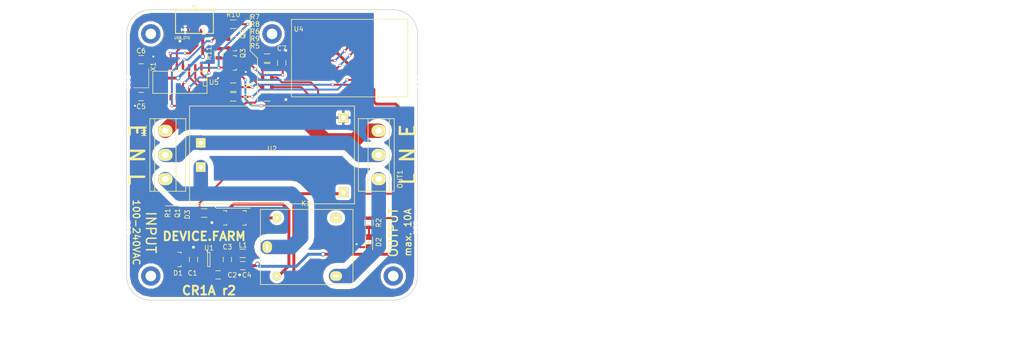
<source format=kicad_pcb>
(kicad_pcb (version 4) (host pcbnew 4.0.6-e0-6349~53~ubuntu16.04.1)

  (general
    (links 76)
    (no_connects 0)
    (area 75.504999 82.464999 135.655001 142.615001)
    (thickness 1.6)
    (drawings 45)
    (tracks 373)
    (zones 0)
    (modules 38)
    (nets 34)
  )

  (page A4)
  (layers
    (0 F.Cu signal)
    (31 B.Cu signal)
    (32 B.Adhes user)
    (33 F.Adhes user)
    (34 B.Paste user)
    (35 F.Paste user)
    (36 B.SilkS user)
    (37 F.SilkS user)
    (38 B.Mask user)
    (39 F.Mask user)
    (40 Dwgs.User user)
    (41 Cmts.User user)
    (42 Eco1.User user)
    (43 Eco2.User user)
    (44 Edge.Cuts user)
    (45 Margin user)
    (46 B.CrtYd user)
    (47 F.CrtYd user)
    (48 B.Fab user hide)
    (49 F.Fab user hide)
  )

  (setup
    (last_trace_width 0.4)
    (user_trace_width 0.6)
    (user_trace_width 3)
    (trace_clearance 0.2)
    (zone_clearance 0.6)
    (zone_45_only yes)
    (trace_min 0.2)
    (segment_width 2)
    (edge_width 0.15)
    (via_size 0.6)
    (via_drill 0.4)
    (via_min_size 0.4)
    (via_min_drill 0.3)
    (user_via 0.9 0.6)
    (user_via 3 1)
    (user_via 4 2.1)
    (uvia_size 0.3)
    (uvia_drill 0.1)
    (uvias_allowed no)
    (uvia_min_size 0.2)
    (uvia_min_drill 0.1)
    (pcb_text_width 0.3)
    (pcb_text_size 1.5 1.5)
    (mod_edge_width 0.15)
    (mod_text_size 1 1)
    (mod_text_width 0.15)
    (pad_size 1.524 1.524)
    (pad_drill 0.762)
    (pad_to_mask_clearance 0.2)
    (aux_axis_origin 105.58 112.54)
    (grid_origin 78.58 112.54)
    (visible_elements FFFFFF7F)
    (pcbplotparams
      (layerselection 0x010f0_ffffffff)
      (usegerberextensions false)
      (excludeedgelayer true)
      (linewidth 0.100000)
      (plotframeref false)
      (viasonmask false)
      (mode 1)
      (useauxorigin false)
      (hpglpennumber 1)
      (hpglpenspeed 20)
      (hpglpendiameter 15)
      (hpglpenoverlay 2)
      (psnegative false)
      (psa4output false)
      (plotreference true)
      (plotvalue true)
      (plotinvisibletext false)
      (padsonsilk false)
      (subtractmaskfromsilk false)
      (outputformat 1)
      (mirror false)
      (drillshape 0)
      (scaleselection 1)
      (outputdirectory ../../../../../Downloads/swfwm02/))
  )

  (net 0 "")
  (net 1 GND)
  (net 2 "Net-(Q1-Pad1)")
  (net 3 /SW)
  (net 4 /MAINS-N)
  (net 5 "Net-(C2-Pad1)")
  (net 6 "Net-(Q2-Pad1)")
  (net 7 "Net-(Q3-Pad1)")
  (net 8 "Net-(R3-Pad2)")
  (net 9 "Net-(C5-Pad1)")
  (net 10 "Net-(C6-Pad1)")
  (net 11 "Net-(D2-Pad2)")
  (net 12 /LED)
  (net 13 "Net-(R4-Pad2)")
  (net 14 VCC)
  (net 15 /ESP/RESET)
  (net 16 /ESP/5V-USB)
  (net 17 /MAINS-E)
  (net 18 /MAINS-L-I)
  (net 19 /MAINS-L-O)
  (net 20 /ESP/D-)
  (net 21 /ESP/D+)
  (net 22 /ESP/RTS)
  (net 23 /ESP/DTR)
  (net 24 /ESP/GPIO0)
  (net 25 /ESP/RX)
  (net 26 /ESP/TX)
  (net 27 /ESP/GPIO2)
  (net 28 /ESP/EN)
  (net 29 /ESP/GPIO15)
  (net 30 "Net-(C3-Pad1)")
  (net 31 /5V)
  (net 32 /ESP/5V-MAINS)
  (net 33 "Net-(D3-Pad2)")

  (net_class Default "This is the default net class."
    (clearance 0.2)
    (trace_width 0.4)
    (via_dia 0.6)
    (via_drill 0.4)
    (uvia_dia 0.3)
    (uvia_drill 0.1)
    (add_net /5V)
    (add_net /ESP/5V-MAINS)
    (add_net /ESP/5V-USB)
    (add_net /ESP/D+)
    (add_net /ESP/D-)
    (add_net /ESP/DTR)
    (add_net /ESP/EN)
    (add_net /ESP/GPIO0)
    (add_net /ESP/GPIO15)
    (add_net /ESP/GPIO2)
    (add_net /ESP/RESET)
    (add_net /ESP/RTS)
    (add_net /ESP/RX)
    (add_net /ESP/TX)
    (add_net /LED)
    (add_net /SW)
    (add_net GND)
    (add_net "Net-(C2-Pad1)")
    (add_net "Net-(C3-Pad1)")
    (add_net "Net-(C5-Pad1)")
    (add_net "Net-(C6-Pad1)")
    (add_net "Net-(D2-Pad2)")
    (add_net "Net-(D3-Pad2)")
    (add_net "Net-(Q1-Pad1)")
    (add_net "Net-(Q2-Pad1)")
    (add_net "Net-(Q3-Pad1)")
    (add_net "Net-(R3-Pad2)")
    (add_net "Net-(R4-Pad2)")
    (add_net VCC)
  )

  (net_class Mains ""
    (clearance 1.2)
    (trace_width 3)
    (via_dia 3)
    (via_drill 1)
    (uvia_dia 0.3)
    (uvia_drill 0.1)
    (add_net /MAINS-E)
    (add_net /MAINS-L-I)
    (add_net /MAINS-L-O)
    (add_net /MAINS-N)
  )

  (module TO_SOT_Packages_SMD:SOT-23 (layer F.Cu) (tedit 579360F3) (tstamp 57915A5D)
    (at 99.58 125.54 270)
    (descr "SOT-23, Standard")
    (tags SOT-23)
    (path /5791689A)
    (attr smd)
    (fp_text reference D3 (at -0.7 11.455 450) (layer F.SilkS)
      (effects (font (size 1 1) (thickness 0.15)))
    )
    (fp_text value BAT54C (at 0 2.3 270) (layer F.Fab)
      (effects (font (size 1 1) (thickness 0.15)))
    )
    (fp_line (start -1.65 -1.6) (end 1.65 -1.6) (layer F.CrtYd) (width 0.05))
    (fp_line (start 1.65 -1.6) (end 1.65 1.6) (layer F.CrtYd) (width 0.05))
    (fp_line (start 1.65 1.6) (end -1.65 1.6) (layer F.CrtYd) (width 0.05))
    (fp_line (start -1.65 1.6) (end -1.65 -1.6) (layer F.CrtYd) (width 0.05))
    (fp_line (start 1.29916 -0.65024) (end 1.2509 -0.65024) (layer F.SilkS) (width 0.15))
    (fp_line (start -1.49982 0.0508) (end -1.49982 -0.65024) (layer F.SilkS) (width 0.15))
    (fp_line (start -1.49982 -0.65024) (end -1.2509 -0.65024) (layer F.SilkS) (width 0.15))
    (fp_line (start 1.29916 -0.65024) (end 1.49982 -0.65024) (layer F.SilkS) (width 0.15))
    (fp_line (start 1.49982 -0.65024) (end 1.49982 0.0508) (layer F.SilkS) (width 0.15))
    (pad 1 smd rect (at -0.95 1.00076 270) (size 0.8001 0.8001) (layers F.Cu F.Paste F.Mask))
    (pad 2 smd rect (at 0.95 1.00076 270) (size 0.8001 0.8001) (layers F.Cu F.Paste F.Mask)
      (net 33 "Net-(D3-Pad2)"))
    (pad 3 smd rect (at 0 -0.99822 270) (size 0.8001 0.8001) (layers F.Cu F.Paste F.Mask)
      (net 31 /5V))
    (model TO_SOT_Packages_SMD.3dshapes/SOT-23.wrl
      (at (xyz 0 0 0))
      (scale (xyz 1 1 1))
      (rotate (xyz 0 0 0))
    )
  )

  (module Resistors_SMD:R_0805 (layer F.Cu) (tedit 579362EB) (tstamp 577D6D1A)
    (at 99.535 132.86)
    (descr "Resistor SMD 0805, reflow soldering, Vishay (see dcrcw.pdf)")
    (tags "resistor 0805")
    (path /5777AEFB/577D6F12)
    (attr smd)
    (fp_text reference L1 (at 0.045 -1.72) (layer F.SilkS)
      (effects (font (size 1 1) (thickness 0.15)))
    )
    (fp_text value "Ferrite bead" (at 0 2.1) (layer F.Fab)
      (effects (font (size 1 1) (thickness 0.15)))
    )
    (fp_line (start -1.6 -1) (end 1.6 -1) (layer F.CrtYd) (width 0.05))
    (fp_line (start -1.6 1) (end 1.6 1) (layer F.CrtYd) (width 0.05))
    (fp_line (start -1.6 -1) (end -1.6 1) (layer F.CrtYd) (width 0.05))
    (fp_line (start 1.6 -1) (end 1.6 1) (layer F.CrtYd) (width 0.05))
    (fp_line (start 0.6 0.875) (end -0.6 0.875) (layer F.SilkS) (width 0.15))
    (fp_line (start -0.6 -0.875) (end 0.6 -0.875) (layer F.SilkS) (width 0.15))
    (pad 1 smd rect (at -0.95 0) (size 0.7 1.3) (layers F.Cu F.Paste F.Mask)
      (net 30 "Net-(C3-Pad1)"))
    (pad 2 smd rect (at 0.95 0) (size 0.7 1.3) (layers F.Cu F.Paste F.Mask)
      (net 14 VCC))
    (model Resistors_SMD.3dshapes/R_0805.wrl
      (at (xyz 0 0 0))
      (scale (xyz 1 1 1))
      (rotate (xyz 0 0 0))
    )
  )

  (module device.farm:Mill-Bridge (layer F.Cu) (tedit 577E6D1E) (tstamp 577C3F98)
    (at 135.58 97.54 270)
    (path /577C5224)
    (fp_text reference MB2 (at 0 1.27 270) (layer F.SilkS) hide
      (effects (font (size 1 1) (thickness 0.15)))
    )
    (fp_text value Mill_Bridge (at 0 -2.794 270) (layer F.Fab) hide
      (effects (font (size 1 1) (thickness 0.15)))
    )
    (fp_arc (start 2.04 -1.016) (end 2.04 0) (angle 180) (layer F.CrtYd) (width 0.15))
    (fp_arc (start -2.04 -1.016) (end -2.04 -2.032) (angle 180) (layer F.CrtYd) (width 0.15))
    (pad "" np_thru_hole circle (at -1 0 270) (size 0.5 0.5) (drill 0.5) (layers *.Cu))
    (pad "" np_thru_hole circle (at 1 0 270) (size 0.5 0.5) (drill 0.5) (layers *.Cu))
    (pad "" np_thru_hole circle (at 0 0 270) (size 0.5 0.5) (drill 0.5) (layers *.Cu))
  )

  (module device.farm:Mill-Bridge (layer F.Cu) (tedit 577E6D1E) (tstamp 577C3F91)
    (at 135.58 127.54 270)
    (path /577C5188)
    (fp_text reference MB1 (at 0 1.27 270) (layer F.SilkS) hide
      (effects (font (size 1 1) (thickness 0.15)))
    )
    (fp_text value Mill_Bridge (at 0 -2.794 270) (layer F.Fab) hide
      (effects (font (size 1 1) (thickness 0.15)))
    )
    (fp_arc (start 2.04 -1.016) (end 2.04 0) (angle 180) (layer F.CrtYd) (width 0.15))
    (fp_arc (start -2.04 -1.016) (end -2.04 -2.032) (angle 180) (layer F.CrtYd) (width 0.15))
    (pad "" np_thru_hole circle (at -1 0 270) (size 0.5 0.5) (drill 0.5) (layers *.Cu))
    (pad "" np_thru_hole circle (at 1 0 270) (size 0.5 0.5) (drill 0.5) (layers *.Cu))
    (pad "" np_thru_hole circle (at 0 0 270) (size 0.5 0.5) (drill 0.5) (layers *.Cu))
  )

  (module TO_SOT_Packages_SMD:SOT-23-5 (layer F.Cu) (tedit 579362E6) (tstamp 5761E578)
    (at 92.55 134.13)
    (descr "5-pin SOT23 package")
    (tags SOT-23-5)
    (path /5777AEFB/5777B246)
    (attr smd)
    (fp_text reference U1 (at 0.03 -2.39) (layer F.SilkS)
      (effects (font (size 1 1) (thickness 0.15)))
    )
    (fp_text value RT9193 (at -0.05 2.35) (layer F.Fab)
      (effects (font (size 1 1) (thickness 0.15)))
    )
    (fp_line (start -1.8 -1.6) (end 1.8 -1.6) (layer F.CrtYd) (width 0.05))
    (fp_line (start 1.8 -1.6) (end 1.8 1.6) (layer F.CrtYd) (width 0.05))
    (fp_line (start 1.8 1.6) (end -1.8 1.6) (layer F.CrtYd) (width 0.05))
    (fp_line (start -1.8 1.6) (end -1.8 -1.6) (layer F.CrtYd) (width 0.05))
    (fp_circle (center -0.3 -1.7) (end -0.2 -1.7) (layer F.SilkS) (width 0.15))
    (fp_line (start 0.25 -1.45) (end -0.25 -1.45) (layer F.SilkS) (width 0.15))
    (fp_line (start 0.25 1.45) (end 0.25 -1.45) (layer F.SilkS) (width 0.15))
    (fp_line (start -0.25 1.45) (end 0.25 1.45) (layer F.SilkS) (width 0.15))
    (fp_line (start -0.25 -1.45) (end -0.25 1.45) (layer F.SilkS) (width 0.15))
    (pad 1 smd rect (at -1.1 -0.95) (size 1.06 0.65) (layers F.Cu F.Paste F.Mask)
      (net 31 /5V))
    (pad 2 smd rect (at -1.1 0) (size 1.06 0.65) (layers F.Cu F.Paste F.Mask)
      (net 1 GND))
    (pad 3 smd rect (at -1.1 0.95) (size 1.06 0.65) (layers F.Cu F.Paste F.Mask)
      (net 31 /5V))
    (pad 4 smd rect (at 1.1 0.95) (size 1.06 0.65) (layers F.Cu F.Paste F.Mask)
      (net 5 "Net-(C2-Pad1)"))
    (pad 5 smd rect (at 1.1 -0.95) (size 1.06 0.65) (layers F.Cu F.Paste F.Mask)
      (net 30 "Net-(C3-Pad1)"))
    (model TO_SOT_Packages_SMD.3dshapes/SOT-23-5.wrl
      (at (xyz 0 0 0))
      (scale (xyz 1 1 1))
      (rotate (xyz 0 0 0))
    )
  )

  (module Resistors_SMD:R_0805 (layer F.Cu) (tedit 5793600C) (tstamp 5761E1CE)
    (at 94.58 91.54 90)
    (descr "Resistor SMD 0805, reflow soldering, Vishay (see dcrcw.pdf)")
    (tags "resistor 0805")
    (path /5777AEFB/5777B255)
    (attr smd)
    (fp_text reference R11 (at 0 -2 90) (layer F.SilkS)
      (effects (font (size 1 1) (thickness 0.15)))
    )
    (fp_text value 10k (at 0 2.1 90) (layer F.Fab)
      (effects (font (size 1 1) (thickness 0.15)))
    )
    (fp_line (start -1.6 -1) (end 1.6 -1) (layer F.CrtYd) (width 0.05))
    (fp_line (start -1.6 1) (end 1.6 1) (layer F.CrtYd) (width 0.05))
    (fp_line (start -1.6 -1) (end -1.6 1) (layer F.CrtYd) (width 0.05))
    (fp_line (start 1.6 -1) (end 1.6 1) (layer F.CrtYd) (width 0.05))
    (fp_line (start 0.6 0.875) (end -0.6 0.875) (layer F.SilkS) (width 0.15))
    (fp_line (start -0.6 -0.875) (end 0.6 -0.875) (layer F.SilkS) (width 0.15))
    (pad 1 smd rect (at -0.95 0 90) (size 0.7 1.3) (layers F.Cu F.Paste F.Mask)
      (net 7 "Net-(Q3-Pad1)"))
    (pad 2 smd rect (at 0.95 0 90) (size 0.7 1.3) (layers F.Cu F.Paste F.Mask)
      (net 22 /ESP/RTS))
    (model Resistors_SMD.3dshapes/R_0805.wrl
      (at (xyz 0 0 0))
      (scale (xyz 1 1 1))
      (rotate (xyz 0 0 0))
    )
  )

  (module Resistors_SMD:R_0805 (layer F.Cu) (tedit 57936003) (tstamp 5761E1C8)
    (at 97.58 85.54 180)
    (descr "Resistor SMD 0805, reflow soldering, Vishay (see dcrcw.pdf)")
    (tags "resistor 0805")
    (path /5777AEFB/5777B254)
    (attr smd)
    (fp_text reference R10 (at 0 2 180) (layer F.SilkS)
      (effects (font (size 1 1) (thickness 0.15)))
    )
    (fp_text value 10k (at 0 2.1 180) (layer F.Fab)
      (effects (font (size 1 1) (thickness 0.15)))
    )
    (fp_line (start -1.6 -1) (end 1.6 -1) (layer F.CrtYd) (width 0.05))
    (fp_line (start -1.6 1) (end 1.6 1) (layer F.CrtYd) (width 0.05))
    (fp_line (start -1.6 -1) (end -1.6 1) (layer F.CrtYd) (width 0.05))
    (fp_line (start 1.6 -1) (end 1.6 1) (layer F.CrtYd) (width 0.05))
    (fp_line (start 0.6 0.875) (end -0.6 0.875) (layer F.SilkS) (width 0.15))
    (fp_line (start -0.6 -0.875) (end 0.6 -0.875) (layer F.SilkS) (width 0.15))
    (pad 1 smd rect (at -0.95 0 180) (size 0.7 1.3) (layers F.Cu F.Paste F.Mask)
      (net 23 /ESP/DTR))
    (pad 2 smd rect (at 0.95 0 180) (size 0.7 1.3) (layers F.Cu F.Paste F.Mask)
      (net 6 "Net-(Q2-Pad1)"))
    (model Resistors_SMD.3dshapes/R_0805.wrl
      (at (xyz 0 0 0))
      (scale (xyz 1 1 1))
      (rotate (xyz 0 0 0))
    )
  )

  (module Resistors_SMD:R_0805 (layer F.Cu) (tedit 5793624B) (tstamp 5761E1C2)
    (at 104.58 98.54 180)
    (descr "Resistor SMD 0805, reflow soldering, Vishay (see dcrcw.pdf)")
    (tags "resistor 0805")
    (path /5777AEFB/5777B25F)
    (attr smd)
    (fp_text reference R9 (at 2.5 10 180) (layer F.SilkS)
      (effects (font (size 1 1) (thickness 0.15)))
    )
    (fp_text value 10k (at 0 2.1 180) (layer F.Fab)
      (effects (font (size 1 1) (thickness 0.15)))
    )
    (fp_line (start -1.6 -1) (end 1.6 -1) (layer F.CrtYd) (width 0.05))
    (fp_line (start -1.6 1) (end 1.6 1) (layer F.CrtYd) (width 0.05))
    (fp_line (start -1.6 -1) (end -1.6 1) (layer F.CrtYd) (width 0.05))
    (fp_line (start 1.6 -1) (end 1.6 1) (layer F.CrtYd) (width 0.05))
    (fp_line (start 0.6 0.875) (end -0.6 0.875) (layer F.SilkS) (width 0.15))
    (fp_line (start -0.6 -0.875) (end 0.6 -0.875) (layer F.SilkS) (width 0.15))
    (pad 1 smd rect (at -0.95 0 180) (size 0.7 1.3) (layers F.Cu F.Paste F.Mask)
      (net 29 /ESP/GPIO15))
    (pad 2 smd rect (at 0.95 0 180) (size 0.7 1.3) (layers F.Cu F.Paste F.Mask)
      (net 1 GND))
    (model Resistors_SMD.3dshapes/R_0805.wrl
      (at (xyz 0 0 0))
      (scale (xyz 1 1 1))
      (rotate (xyz 0 0 0))
    )
  )

  (module Resistors_SMD:R_0805 (layer F.Cu) (tedit 57936252) (tstamp 5761E1BC)
    (at 104.58 94.54 180)
    (descr "Resistor SMD 0805, reflow soldering, Vishay (see dcrcw.pdf)")
    (tags "resistor 0805")
    (path /5777AEFB/5777B25E)
    (attr smd)
    (fp_text reference R8 (at 2.5 9 180) (layer F.SilkS)
      (effects (font (size 1 1) (thickness 0.15)))
    )
    (fp_text value 10k (at 0 2.1 180) (layer F.Fab)
      (effects (font (size 1 1) (thickness 0.15)))
    )
    (fp_line (start -1.6 -1) (end 1.6 -1) (layer F.CrtYd) (width 0.05))
    (fp_line (start -1.6 1) (end 1.6 1) (layer F.CrtYd) (width 0.05))
    (fp_line (start -1.6 -1) (end -1.6 1) (layer F.CrtYd) (width 0.05))
    (fp_line (start 1.6 -1) (end 1.6 1) (layer F.CrtYd) (width 0.05))
    (fp_line (start 0.6 0.875) (end -0.6 0.875) (layer F.SilkS) (width 0.15))
    (fp_line (start -0.6 -0.875) (end 0.6 -0.875) (layer F.SilkS) (width 0.15))
    (pad 1 smd rect (at -0.95 0 180) (size 0.7 1.3) (layers F.Cu F.Paste F.Mask)
      (net 15 /ESP/RESET))
    (pad 2 smd rect (at 0.95 0 180) (size 0.7 1.3) (layers F.Cu F.Paste F.Mask)
      (net 14 VCC))
    (model Resistors_SMD.3dshapes/R_0805.wrl
      (at (xyz 0 0 0))
      (scale (xyz 1 1 1))
      (rotate (xyz 0 0 0))
    )
  )

  (module Resistors_SMD:R_0805 (layer F.Cu) (tedit 57936244) (tstamp 5761E1B6)
    (at 104.58 92.54 180)
    (descr "Resistor SMD 0805, reflow soldering, Vishay (see dcrcw.pdf)")
    (tags "resistor 0805")
    (path /5777AEFB/5777B25D)
    (attr smd)
    (fp_text reference R7 (at 2.5 8.5 180) (layer F.SilkS)
      (effects (font (size 1 1) (thickness 0.15)))
    )
    (fp_text value 10k (at 0 2.1 180) (layer F.Fab)
      (effects (font (size 1 1) (thickness 0.15)))
    )
    (fp_line (start -1.6 -1) (end 1.6 -1) (layer F.CrtYd) (width 0.05))
    (fp_line (start -1.6 1) (end 1.6 1) (layer F.CrtYd) (width 0.05))
    (fp_line (start -1.6 -1) (end -1.6 1) (layer F.CrtYd) (width 0.05))
    (fp_line (start 1.6 -1) (end 1.6 1) (layer F.CrtYd) (width 0.05))
    (fp_line (start 0.6 0.875) (end -0.6 0.875) (layer F.SilkS) (width 0.15))
    (fp_line (start -0.6 -0.875) (end 0.6 -0.875) (layer F.SilkS) (width 0.15))
    (pad 1 smd rect (at -0.95 0 180) (size 0.7 1.3) (layers F.Cu F.Paste F.Mask)
      (net 28 /ESP/EN))
    (pad 2 smd rect (at 0.95 0 180) (size 0.7 1.3) (layers F.Cu F.Paste F.Mask)
      (net 14 VCC))
    (model Resistors_SMD.3dshapes/R_0805.wrl
      (at (xyz 0 0 0))
      (scale (xyz 1 1 1))
      (rotate (xyz 0 0 0))
    )
  )

  (module Resistors_SMD:R_0805 (layer F.Cu) (tedit 57936247) (tstamp 5761E1B0)
    (at 104.58 96.54 180)
    (descr "Resistor SMD 0805, reflow soldering, Vishay (see dcrcw.pdf)")
    (tags "resistor 0805")
    (path /5777AEFB/5777B25C)
    (attr smd)
    (fp_text reference R6 (at 2.5 9.5 180) (layer F.SilkS)
      (effects (font (size 1 1) (thickness 0.15)))
    )
    (fp_text value 10k (at 0 2.1 180) (layer F.Fab)
      (effects (font (size 1 1) (thickness 0.15)))
    )
    (fp_line (start -1.6 -1) (end 1.6 -1) (layer F.CrtYd) (width 0.05))
    (fp_line (start -1.6 1) (end 1.6 1) (layer F.CrtYd) (width 0.05))
    (fp_line (start -1.6 -1) (end -1.6 1) (layer F.CrtYd) (width 0.05))
    (fp_line (start 1.6 -1) (end 1.6 1) (layer F.CrtYd) (width 0.05))
    (fp_line (start 0.6 0.875) (end -0.6 0.875) (layer F.SilkS) (width 0.15))
    (fp_line (start -0.6 -0.875) (end 0.6 -0.875) (layer F.SilkS) (width 0.15))
    (pad 1 smd rect (at -0.95 0 180) (size 0.7 1.3) (layers F.Cu F.Paste F.Mask)
      (net 27 /ESP/GPIO2))
    (pad 2 smd rect (at 0.95 0 180) (size 0.7 1.3) (layers F.Cu F.Paste F.Mask)
      (net 14 VCC))
    (model Resistors_SMD.3dshapes/R_0805.wrl
      (at (xyz 0 0 0))
      (scale (xyz 1 1 1))
      (rotate (xyz 0 0 0))
    )
  )

  (module LEDs:LED_0805 (layer F.Cu) (tedit 57936293) (tstamp 5761E19B)
    (at 125.58 130.54 90)
    (descr "LED 0805 smd package")
    (tags "LED 0805 SMD")
    (path /57624710)
    (attr smd)
    (fp_text reference D2 (at 0 2 90) (layer F.SilkS)
      (effects (font (size 1 1) (thickness 0.15)))
    )
    (fp_text value LED (at 0 1.75 90) (layer F.Fab)
      (effects (font (size 1 1) (thickness 0.15)))
    )
    (fp_line (start -1.6 0.75) (end 1.1 0.75) (layer F.SilkS) (width 0.15))
    (fp_line (start -1.6 -0.75) (end 1.1 -0.75) (layer F.SilkS) (width 0.15))
    (fp_line (start -0.1 0.15) (end -0.1 -0.1) (layer F.SilkS) (width 0.15))
    (fp_line (start -0.1 -0.1) (end -0.25 0.05) (layer F.SilkS) (width 0.15))
    (fp_line (start -0.35 -0.35) (end -0.35 0.35) (layer F.SilkS) (width 0.15))
    (fp_line (start 0 0) (end 0.35 0) (layer F.SilkS) (width 0.15))
    (fp_line (start -0.35 0) (end 0 -0.35) (layer F.SilkS) (width 0.15))
    (fp_line (start 0 -0.35) (end 0 0.35) (layer F.SilkS) (width 0.15))
    (fp_line (start 0 0.35) (end -0.35 0) (layer F.SilkS) (width 0.15))
    (fp_line (start 1.9 -0.95) (end 1.9 0.95) (layer F.CrtYd) (width 0.05))
    (fp_line (start 1.9 0.95) (end -1.9 0.95) (layer F.CrtYd) (width 0.05))
    (fp_line (start -1.9 0.95) (end -1.9 -0.95) (layer F.CrtYd) (width 0.05))
    (fp_line (start -1.9 -0.95) (end 1.9 -0.95) (layer F.CrtYd) (width 0.05))
    (pad 2 smd rect (at 1.04902 0 270) (size 1.19888 1.19888) (layers F.Cu F.Paste F.Mask)
      (net 11 "Net-(D2-Pad2)"))
    (pad 1 smd rect (at -1.04902 0 270) (size 1.19888 1.19888) (layers F.Cu F.Paste F.Mask)
      (net 1 GND))
    (model LEDs.3dshapes/LED_0805.wrl
      (at (xyz 0 0 0))
      (scale (xyz 1 1 1))
      (rotate (xyz 0 0 0))
    )
  )

  (module Capacitors_SMD:C_0805 (layer F.Cu) (tedit 57936049) (tstamp 5761E195)
    (at 107.58 93.54 270)
    (descr "Capacitor SMD 0805, reflow soldering, AVX (see smccp.pdf)")
    (tags "capacitor 0805")
    (path /5777AEFB/5777B261)
    (attr smd)
    (fp_text reference C7 (at -3 0 360) (layer F.SilkS)
      (effects (font (size 1 1) (thickness 0.15)))
    )
    (fp_text value 100n (at 0 2.1 270) (layer F.Fab)
      (effects (font (size 1 1) (thickness 0.15)))
    )
    (fp_line (start -1.8 -1) (end 1.8 -1) (layer F.CrtYd) (width 0.05))
    (fp_line (start -1.8 1) (end 1.8 1) (layer F.CrtYd) (width 0.05))
    (fp_line (start -1.8 -1) (end -1.8 1) (layer F.CrtYd) (width 0.05))
    (fp_line (start 1.8 -1) (end 1.8 1) (layer F.CrtYd) (width 0.05))
    (fp_line (start 0.5 -0.85) (end -0.5 -0.85) (layer F.SilkS) (width 0.15))
    (fp_line (start -0.5 0.85) (end 0.5 0.85) (layer F.SilkS) (width 0.15))
    (pad 1 smd rect (at -1 0 270) (size 1 1.25) (layers F.Cu F.Paste F.Mask)
      (net 1 GND))
    (pad 2 smd rect (at 1 0 270) (size 1 1.25) (layers F.Cu F.Paste F.Mask)
      (net 15 /ESP/RESET))
    (model Capacitors_SMD.3dshapes/C_0805.wrl
      (at (xyz 0 0 0))
      (scale (xyz 1 1 1))
      (rotate (xyz 0 0 0))
    )
  )

  (module Capacitors_SMD:C_0805 (layer F.Cu) (tedit 57935FC8) (tstamp 5761E18F)
    (at 78.58 92.855)
    (descr "Capacitor SMD 0805, reflow soldering, AVX (see smccp.pdf)")
    (tags "capacitor 0805")
    (path /5777AEFB/5777B259)
    (attr smd)
    (fp_text reference C6 (at 0 -1.815) (layer F.SilkS)
      (effects (font (size 1 1) (thickness 0.15)))
    )
    (fp_text value 22p (at 0 2.1) (layer F.Fab)
      (effects (font (size 1 1) (thickness 0.15)))
    )
    (fp_line (start -1.8 -1) (end 1.8 -1) (layer F.CrtYd) (width 0.05))
    (fp_line (start -1.8 1) (end 1.8 1) (layer F.CrtYd) (width 0.05))
    (fp_line (start -1.8 -1) (end -1.8 1) (layer F.CrtYd) (width 0.05))
    (fp_line (start 1.8 -1) (end 1.8 1) (layer F.CrtYd) (width 0.05))
    (fp_line (start 0.5 -0.85) (end -0.5 -0.85) (layer F.SilkS) (width 0.15))
    (fp_line (start -0.5 0.85) (end 0.5 0.85) (layer F.SilkS) (width 0.15))
    (pad 1 smd rect (at -1 0) (size 1 1.25) (layers F.Cu F.Paste F.Mask)
      (net 10 "Net-(C6-Pad1)"))
    (pad 2 smd rect (at 1 0) (size 1 1.25) (layers F.Cu F.Paste F.Mask)
      (net 1 GND))
    (model Capacitors_SMD.3dshapes/C_0805.wrl
      (at (xyz 0 0 0))
      (scale (xyz 1 1 1))
      (rotate (xyz 0 0 0))
    )
  )

  (module Capacitors_SMD:C_0805 (layer F.Cu) (tedit 57935FCB) (tstamp 5761E189)
    (at 78.58 100.475 180)
    (descr "Capacitor SMD 0805, reflow soldering, AVX (see smccp.pdf)")
    (tags "capacitor 0805")
    (path /5777AEFB/5777B258)
    (attr smd)
    (fp_text reference C5 (at 0 -2.065 180) (layer F.SilkS)
      (effects (font (size 1 1) (thickness 0.15)))
    )
    (fp_text value 22p (at 0 2.1 180) (layer F.Fab)
      (effects (font (size 1 1) (thickness 0.15)))
    )
    (fp_line (start -1.8 -1) (end 1.8 -1) (layer F.CrtYd) (width 0.05))
    (fp_line (start -1.8 1) (end 1.8 1) (layer F.CrtYd) (width 0.05))
    (fp_line (start -1.8 -1) (end -1.8 1) (layer F.CrtYd) (width 0.05))
    (fp_line (start 1.8 -1) (end 1.8 1) (layer F.CrtYd) (width 0.05))
    (fp_line (start 0.5 -0.85) (end -0.5 -0.85) (layer F.SilkS) (width 0.15))
    (fp_line (start -0.5 0.85) (end 0.5 0.85) (layer F.SilkS) (width 0.15))
    (pad 1 smd rect (at -1 0 180) (size 1 1.25) (layers F.Cu F.Paste F.Mask)
      (net 9 "Net-(C5-Pad1)"))
    (pad 2 smd rect (at 1 0 180) (size 1 1.25) (layers F.Cu F.Paste F.Mask)
      (net 1 GND))
    (model Capacitors_SMD.3dshapes/C_0805.wrl
      (at (xyz 0 0 0))
      (scale (xyz 1 1 1))
      (rotate (xyz 0 0 0))
    )
  )

  (module Resistors_SMD:R_0805 (layer F.Cu) (tedit 57936250) (tstamp 5761D784)
    (at 104.58 100.54 180)
    (descr "Resistor SMD 0805, reflow soldering, Vishay (see dcrcw.pdf)")
    (tags "resistor 0805")
    (path /5777AEFB/5777B25B)
    (attr smd)
    (fp_text reference R5 (at 2.5 10.5 180) (layer F.SilkS)
      (effects (font (size 1 1) (thickness 0.15)))
    )
    (fp_text value 10k (at 0 2.1 180) (layer F.Fab)
      (effects (font (size 1 1) (thickness 0.15)))
    )
    (fp_line (start -1.6 -1) (end 1.6 -1) (layer F.CrtYd) (width 0.05))
    (fp_line (start -1.6 1) (end 1.6 1) (layer F.CrtYd) (width 0.05))
    (fp_line (start -1.6 -1) (end -1.6 1) (layer F.CrtYd) (width 0.05))
    (fp_line (start 1.6 -1) (end 1.6 1) (layer F.CrtYd) (width 0.05))
    (fp_line (start 0.6 0.875) (end -0.6 0.875) (layer F.SilkS) (width 0.15))
    (fp_line (start -0.6 -0.875) (end 0.6 -0.875) (layer F.SilkS) (width 0.15))
    (pad 1 smd rect (at -0.95 0 180) (size 0.7 1.3) (layers F.Cu F.Paste F.Mask)
      (net 24 /ESP/GPIO0))
    (pad 2 smd rect (at 0.95 0 180) (size 0.7 1.3) (layers F.Cu F.Paste F.Mask)
      (net 14 VCC))
    (model Resistors_SMD.3dshapes/R_0805.wrl
      (at (xyz 0 0 0))
      (scale (xyz 1 1 1))
      (rotate (xyz 0 0 0))
    )
  )

  (module Resistors_SMD:R_0805 (layer F.Cu) (tedit 57936015) (tstamp 5761D77E)
    (at 97.58 100.54 180)
    (descr "Resistor SMD 0805, reflow soldering, Vishay (see dcrcw.pdf)")
    (tags "resistor 0805")
    (path /5777AEFB/5777B251)
    (attr smd)
    (fp_text reference R4 (at -3 0 180) (layer F.SilkS)
      (effects (font (size 1 1) (thickness 0.15)))
    )
    (fp_text value 1k5 (at 0 2.1 180) (layer F.Fab)
      (effects (font (size 1 1) (thickness 0.15)))
    )
    (fp_line (start -1.6 -1) (end 1.6 -1) (layer F.CrtYd) (width 0.05))
    (fp_line (start -1.6 1) (end 1.6 1) (layer F.CrtYd) (width 0.05))
    (fp_line (start -1.6 -1) (end -1.6 1) (layer F.CrtYd) (width 0.05))
    (fp_line (start 1.6 -1) (end 1.6 1) (layer F.CrtYd) (width 0.05))
    (fp_line (start 0.6 0.875) (end -0.6 0.875) (layer F.SilkS) (width 0.15))
    (fp_line (start -0.6 -0.875) (end 0.6 -0.875) (layer F.SilkS) (width 0.15))
    (pad 1 smd rect (at -0.95 0 180) (size 0.7 1.3) (layers F.Cu F.Paste F.Mask)
      (net 26 /ESP/TX))
    (pad 2 smd rect (at 0.95 0 180) (size 0.7 1.3) (layers F.Cu F.Paste F.Mask)
      (net 13 "Net-(R4-Pad2)"))
    (model Resistors_SMD.3dshapes/R_0805.wrl
      (at (xyz 0 0 0))
      (scale (xyz 1 1 1))
      (rotate (xyz 0 0 0))
    )
  )

  (module Resistors_SMD:R_0805 (layer F.Cu) (tedit 57936018) (tstamp 5761D778)
    (at 97.58 98.54 180)
    (descr "Resistor SMD 0805, reflow soldering, Vishay (see dcrcw.pdf)")
    (tags "resistor 0805")
    (path /5777AEFB/5777B250)
    (attr smd)
    (fp_text reference R3 (at -3 0 180) (layer F.SilkS)
      (effects (font (size 1 1) (thickness 0.15)))
    )
    (fp_text value 1k5 (at 0 2.1 180) (layer F.Fab)
      (effects (font (size 1 1) (thickness 0.15)))
    )
    (fp_line (start -1.6 -1) (end 1.6 -1) (layer F.CrtYd) (width 0.05))
    (fp_line (start -1.6 1) (end 1.6 1) (layer F.CrtYd) (width 0.05))
    (fp_line (start -1.6 -1) (end -1.6 1) (layer F.CrtYd) (width 0.05))
    (fp_line (start 1.6 -1) (end 1.6 1) (layer F.CrtYd) (width 0.05))
    (fp_line (start 0.6 0.875) (end -0.6 0.875) (layer F.SilkS) (width 0.15))
    (fp_line (start -0.6 -0.875) (end 0.6 -0.875) (layer F.SilkS) (width 0.15))
    (pad 1 smd rect (at -0.95 0 180) (size 0.7 1.3) (layers F.Cu F.Paste F.Mask)
      (net 25 /ESP/RX))
    (pad 2 smd rect (at 0.95 0 180) (size 0.7 1.3) (layers F.Cu F.Paste F.Mask)
      (net 8 "Net-(R3-Pad2)"))
    (model Resistors_SMD.3dshapes/R_0805.wrl
      (at (xyz 0 0 0))
      (scale (xyz 1 1 1))
      (rotate (xyz 0 0 0))
    )
  )

  (module Resistors_SMD:R_0805 (layer F.Cu) (tedit 57936294) (tstamp 5761D772)
    (at 125.58 126.54 270)
    (descr "Resistor SMD 0805, reflow soldering, Vishay (see dcrcw.pdf)")
    (tags "resistor 0805")
    (path /5762449B)
    (attr smd)
    (fp_text reference R2 (at 0 -2 270) (layer F.SilkS)
      (effects (font (size 1 1) (thickness 0.15)))
    )
    (fp_text value 270R (at 0 2.1 270) (layer F.Fab)
      (effects (font (size 1 1) (thickness 0.15)))
    )
    (fp_line (start -1.6 -1) (end 1.6 -1) (layer F.CrtYd) (width 0.05))
    (fp_line (start -1.6 1) (end 1.6 1) (layer F.CrtYd) (width 0.05))
    (fp_line (start -1.6 -1) (end -1.6 1) (layer F.CrtYd) (width 0.05))
    (fp_line (start 1.6 -1) (end 1.6 1) (layer F.CrtYd) (width 0.05))
    (fp_line (start 0.6 0.875) (end -0.6 0.875) (layer F.SilkS) (width 0.15))
    (fp_line (start -0.6 -0.875) (end 0.6 -0.875) (layer F.SilkS) (width 0.15))
    (pad 1 smd rect (at -0.95 0 270) (size 0.7 1.3) (layers F.Cu F.Paste F.Mask)
      (net 12 /LED))
    (pad 2 smd rect (at 0.95 0 270) (size 0.7 1.3) (layers F.Cu F.Paste F.Mask)
      (net 11 "Net-(D2-Pad2)"))
    (model Resistors_SMD.3dshapes/R_0805.wrl
      (at (xyz 0 0 0))
      (scale (xyz 1 1 1))
      (rotate (xyz 0 0 0))
    )
  )

  (module TO_SOT_Packages_SMD:SOT-23 (layer F.Cu) (tedit 5793645B) (tstamp 5761D76C)
    (at 97.58 93.54 270)
    (descr "SOT-23, Standard")
    (tags SOT-23)
    (path /5777AEFB/5777B253)
    (attr smd)
    (fp_text reference Q3 (at -2 -2 450) (layer F.SilkS)
      (effects (font (size 1 1) (thickness 0.15)))
    )
    (fp_text value MMBT3904 (at 0 2.3 270) (layer F.Fab)
      (effects (font (size 1 1) (thickness 0.15)))
    )
    (fp_line (start -1.65 -1.6) (end 1.65 -1.6) (layer F.CrtYd) (width 0.05))
    (fp_line (start 1.65 -1.6) (end 1.65 1.6) (layer F.CrtYd) (width 0.05))
    (fp_line (start 1.65 1.6) (end -1.65 1.6) (layer F.CrtYd) (width 0.05))
    (fp_line (start -1.65 1.6) (end -1.65 -1.6) (layer F.CrtYd) (width 0.05))
    (fp_line (start 1.29916 -0.65024) (end 1.2509 -0.65024) (layer F.SilkS) (width 0.15))
    (fp_line (start -1.49982 0.0508) (end -1.49982 -0.65024) (layer F.SilkS) (width 0.15))
    (fp_line (start -1.49982 -0.65024) (end -1.2509 -0.65024) (layer F.SilkS) (width 0.15))
    (fp_line (start 1.29916 -0.65024) (end 1.49982 -0.65024) (layer F.SilkS) (width 0.15))
    (fp_line (start 1.49982 -0.65024) (end 1.49982 0.0508) (layer F.SilkS) (width 0.15))
    (pad 1 smd rect (at -0.95 1.00076 270) (size 0.8001 0.8001) (layers F.Cu F.Paste F.Mask)
      (net 7 "Net-(Q3-Pad1)"))
    (pad 2 smd rect (at 0.95 1.00076 270) (size 0.8001 0.8001) (layers F.Cu F.Paste F.Mask)
      (net 23 /ESP/DTR))
    (pad 3 smd rect (at 0 -0.99822 270) (size 0.8001 0.8001) (layers F.Cu F.Paste F.Mask)
      (net 24 /ESP/GPIO0))
    (model TO_SOT_Packages_SMD.3dshapes/SOT-23.wrl
      (at (xyz 0 0 0))
      (scale (xyz 1 1 1))
      (rotate (xyz 0 0 0))
    )
  )

  (module TO_SOT_Packages_SMD:SOT-23 (layer F.Cu) (tedit 57936454) (tstamp 5761D765)
    (at 97.58 89.54 270)
    (descr "SOT-23, Standard")
    (tags SOT-23)
    (path /5777AEFB/5777B252)
    (attr smd)
    (fp_text reference Q2 (at -2 -2 270) (layer F.SilkS)
      (effects (font (size 1 1) (thickness 0.15)))
    )
    (fp_text value MMBT3904 (at 0 2.3 270) (layer F.Fab)
      (effects (font (size 1 1) (thickness 0.15)))
    )
    (fp_line (start -1.65 -1.6) (end 1.65 -1.6) (layer F.CrtYd) (width 0.05))
    (fp_line (start 1.65 -1.6) (end 1.65 1.6) (layer F.CrtYd) (width 0.05))
    (fp_line (start 1.65 1.6) (end -1.65 1.6) (layer F.CrtYd) (width 0.05))
    (fp_line (start -1.65 1.6) (end -1.65 -1.6) (layer F.CrtYd) (width 0.05))
    (fp_line (start 1.29916 -0.65024) (end 1.2509 -0.65024) (layer F.SilkS) (width 0.15))
    (fp_line (start -1.49982 0.0508) (end -1.49982 -0.65024) (layer F.SilkS) (width 0.15))
    (fp_line (start -1.49982 -0.65024) (end -1.2509 -0.65024) (layer F.SilkS) (width 0.15))
    (fp_line (start 1.29916 -0.65024) (end 1.49982 -0.65024) (layer F.SilkS) (width 0.15))
    (fp_line (start 1.49982 -0.65024) (end 1.49982 0.0508) (layer F.SilkS) (width 0.15))
    (pad 1 smd rect (at -0.95 1.00076 270) (size 0.8001 0.8001) (layers F.Cu F.Paste F.Mask)
      (net 6 "Net-(Q2-Pad1)"))
    (pad 2 smd rect (at 0.95 1.00076 270) (size 0.8001 0.8001) (layers F.Cu F.Paste F.Mask)
      (net 22 /ESP/RTS))
    (pad 3 smd rect (at 0 -0.99822 270) (size 0.8001 0.8001) (layers F.Cu F.Paste F.Mask)
      (net 15 /ESP/RESET))
    (model TO_SOT_Packages_SMD.3dshapes/SOT-23.wrl
      (at (xyz 0 0 0))
      (scale (xyz 1 1 1))
      (rotate (xyz 0 0 0))
    )
  )

  (module Capacitors_SMD:C_0805 (layer F.Cu) (tedit 57936303) (tstamp 5761D75E)
    (at 99.535 135.4 180)
    (descr "Capacitor SMD 0805, reflow soldering, AVX (see smccp.pdf)")
    (tags "capacitor 0805")
    (path /5777AEFB/5777B24E)
    (attr smd)
    (fp_text reference C4 (at -0.845 -1.94 180) (layer F.SilkS)
      (effects (font (size 1 1) (thickness 0.15)))
    )
    (fp_text value 100n (at 0 2.1 180) (layer F.Fab)
      (effects (font (size 1 1) (thickness 0.15)))
    )
    (fp_line (start -1.8 -1) (end 1.8 -1) (layer F.CrtYd) (width 0.05))
    (fp_line (start -1.8 1) (end 1.8 1) (layer F.CrtYd) (width 0.05))
    (fp_line (start -1.8 -1) (end -1.8 1) (layer F.CrtYd) (width 0.05))
    (fp_line (start 1.8 -1) (end 1.8 1) (layer F.CrtYd) (width 0.05))
    (fp_line (start 0.5 -0.85) (end -0.5 -0.85) (layer F.SilkS) (width 0.15))
    (fp_line (start -0.5 0.85) (end 0.5 0.85) (layer F.SilkS) (width 0.15))
    (pad 1 smd rect (at -1 0 180) (size 1 1.25) (layers F.Cu F.Paste F.Mask)
      (net 14 VCC))
    (pad 2 smd rect (at 1 0 180) (size 1 1.25) (layers F.Cu F.Paste F.Mask)
      (net 1 GND))
    (model Capacitors_SMD.3dshapes/C_0805.wrl
      (at (xyz 0 0 0))
      (scale (xyz 1 1 1))
      (rotate (xyz 0 0 0))
    )
  )

  (module Resistors_SMD:R_0805 (layer F.Cu) (tedit 579360F2) (tstamp 5761724E)
    (at 91.58 124.54 180)
    (descr "Resistor SMD 0805, reflow soldering, Vishay (see dcrcw.pdf)")
    (tags "resistor 0805")
    (path /5761638C)
    (attr smd)
    (fp_text reference R1 (at 7.5 0 270) (layer F.SilkS)
      (effects (font (size 1 1) (thickness 0.15)))
    )
    (fp_text value 1k5 (at 0 2.1 180) (layer F.Fab)
      (effects (font (size 1 1) (thickness 0.15)))
    )
    (fp_line (start -1.6 -1) (end 1.6 -1) (layer F.CrtYd) (width 0.05))
    (fp_line (start -1.6 1) (end 1.6 1) (layer F.CrtYd) (width 0.05))
    (fp_line (start -1.6 -1) (end -1.6 1) (layer F.CrtYd) (width 0.05))
    (fp_line (start 1.6 -1) (end 1.6 1) (layer F.CrtYd) (width 0.05))
    (fp_line (start 0.6 0.875) (end -0.6 0.875) (layer F.SilkS) (width 0.15))
    (fp_line (start -0.6 -0.875) (end 0.6 -0.875) (layer F.SilkS) (width 0.15))
    (pad 1 smd rect (at -0.95 0 180) (size 0.7 1.3) (layers F.Cu F.Paste F.Mask)
      (net 2 "Net-(Q1-Pad1)"))
    (pad 2 smd rect (at 0.95 0 180) (size 0.7 1.3) (layers F.Cu F.Paste F.Mask)
      (net 3 /SW))
    (model Resistors_SMD.3dshapes/R_0805.wrl
      (at (xyz 0 0 0))
      (scale (xyz 1 1 1))
      (rotate (xyz 0 0 0))
    )
  )

  (module TO_SOT_Packages_SMD:SOT-23 (layer F.Cu) (tedit 579360F3) (tstamp 57617248)
    (at 95.58 125.54 270)
    (descr "SOT-23, Standard")
    (tags SOT-23)
    (path /57616111)
    (attr smd)
    (fp_text reference Q1 (at -1 9.5 450) (layer F.SilkS)
      (effects (font (size 1 1) (thickness 0.15)))
    )
    (fp_text value MMBT3904 (at 0 2.3 270) (layer F.Fab)
      (effects (font (size 1 1) (thickness 0.15)))
    )
    (fp_line (start -1.65 -1.6) (end 1.65 -1.6) (layer F.CrtYd) (width 0.05))
    (fp_line (start 1.65 -1.6) (end 1.65 1.6) (layer F.CrtYd) (width 0.05))
    (fp_line (start 1.65 1.6) (end -1.65 1.6) (layer F.CrtYd) (width 0.05))
    (fp_line (start -1.65 1.6) (end -1.65 -1.6) (layer F.CrtYd) (width 0.05))
    (fp_line (start 1.29916 -0.65024) (end 1.2509 -0.65024) (layer F.SilkS) (width 0.15))
    (fp_line (start -1.49982 0.0508) (end -1.49982 -0.65024) (layer F.SilkS) (width 0.15))
    (fp_line (start -1.49982 -0.65024) (end -1.2509 -0.65024) (layer F.SilkS) (width 0.15))
    (fp_line (start 1.29916 -0.65024) (end 1.49982 -0.65024) (layer F.SilkS) (width 0.15))
    (fp_line (start 1.49982 -0.65024) (end 1.49982 0.0508) (layer F.SilkS) (width 0.15))
    (pad 1 smd rect (at -0.95 1.00076 270) (size 0.8001 0.8001) (layers F.Cu F.Paste F.Mask)
      (net 2 "Net-(Q1-Pad1)"))
    (pad 2 smd rect (at 0.95 1.00076 270) (size 0.8001 0.8001) (layers F.Cu F.Paste F.Mask)
      (net 1 GND))
    (pad 3 smd rect (at 0 -0.99822 270) (size 0.8001 0.8001) (layers F.Cu F.Paste F.Mask)
      (net 33 "Net-(D3-Pad2)"))
    (model TO_SOT_Packages_SMD.3dshapes/SOT-23.wrl
      (at (xyz 0 0 0))
      (scale (xyz 1 1 1))
      (rotate (xyz 0 0 0))
    )
  )

  (module TO_SOT_Packages_SMD:SOT-23 (layer F.Cu) (tedit 579362F5) (tstamp 57617241)
    (at 86.2 134.13 270)
    (descr "SOT-23, Standard")
    (tags SOT-23)
    (path /5777AEFB/579135F5)
    (attr smd)
    (fp_text reference D1 (at 2.81 0.02 360) (layer F.SilkS)
      (effects (font (size 1 1) (thickness 0.15)))
    )
    (fp_text value BAT54C (at 0 2.3 270) (layer F.Fab)
      (effects (font (size 1 1) (thickness 0.15)))
    )
    (fp_line (start -1.65 -1.6) (end 1.65 -1.6) (layer F.CrtYd) (width 0.05))
    (fp_line (start 1.65 -1.6) (end 1.65 1.6) (layer F.CrtYd) (width 0.05))
    (fp_line (start 1.65 1.6) (end -1.65 1.6) (layer F.CrtYd) (width 0.05))
    (fp_line (start -1.65 1.6) (end -1.65 -1.6) (layer F.CrtYd) (width 0.05))
    (fp_line (start 1.29916 -0.65024) (end 1.2509 -0.65024) (layer F.SilkS) (width 0.15))
    (fp_line (start -1.49982 0.0508) (end -1.49982 -0.65024) (layer F.SilkS) (width 0.15))
    (fp_line (start -1.49982 -0.65024) (end -1.2509 -0.65024) (layer F.SilkS) (width 0.15))
    (fp_line (start 1.29916 -0.65024) (end 1.49982 -0.65024) (layer F.SilkS) (width 0.15))
    (fp_line (start 1.49982 -0.65024) (end 1.49982 0.0508) (layer F.SilkS) (width 0.15))
    (pad 1 smd rect (at -0.95 1.00076 270) (size 0.8001 0.8001) (layers F.Cu F.Paste F.Mask)
      (net 16 /ESP/5V-USB))
    (pad 2 smd rect (at 0.95 1.00076 270) (size 0.8001 0.8001) (layers F.Cu F.Paste F.Mask)
      (net 32 /ESP/5V-MAINS))
    (pad 3 smd rect (at 0 -0.99822 270) (size 0.8001 0.8001) (layers F.Cu F.Paste F.Mask)
      (net 31 /5V))
    (model TO_SOT_Packages_SMD.3dshapes/SOT-23.wrl
      (at (xyz 0 0 0))
      (scale (xyz 1 1 1))
      (rotate (xyz 0 0 0))
    )
  )

  (module Capacitors_SMD:C_0805 (layer F.Cu) (tedit 579362FE) (tstamp 5761723A)
    (at 94.455 137.305)
    (descr "Capacitor SMD 0805, reflow soldering, AVX (see smccp.pdf)")
    (tags "capacitor 0805")
    (path /5777AEFB/5777B243)
    (attr smd)
    (fp_text reference C2 (at 2.925 0.035) (layer F.SilkS)
      (effects (font (size 1 1) (thickness 0.15)))
    )
    (fp_text value 22n (at 0 2.1) (layer F.Fab)
      (effects (font (size 1 1) (thickness 0.15)))
    )
    (fp_line (start -1.8 -1) (end 1.8 -1) (layer F.CrtYd) (width 0.05))
    (fp_line (start -1.8 1) (end 1.8 1) (layer F.CrtYd) (width 0.05))
    (fp_line (start -1.8 -1) (end -1.8 1) (layer F.CrtYd) (width 0.05))
    (fp_line (start 1.8 -1) (end 1.8 1) (layer F.CrtYd) (width 0.05))
    (fp_line (start 0.5 -0.85) (end -0.5 -0.85) (layer F.SilkS) (width 0.15))
    (fp_line (start -0.5 0.85) (end 0.5 0.85) (layer F.SilkS) (width 0.15))
    (pad 1 smd rect (at -1 0) (size 1 1.25) (layers F.Cu F.Paste F.Mask)
      (net 5 "Net-(C2-Pad1)"))
    (pad 2 smd rect (at 1 0) (size 1 1.25) (layers F.Cu F.Paste F.Mask)
      (net 1 GND))
    (model Capacitors_SMD.3dshapes/C_0805.wrl
      (at (xyz 0 0 0))
      (scale (xyz 1 1 1))
      (rotate (xyz 0 0 0))
    )
  )

  (module Capacitors_SMD:C_0805 (layer F.Cu) (tedit 579362E7) (tstamp 57617234)
    (at 96.36 134.13 270)
    (descr "Capacitor SMD 0805, reflow soldering, AVX (see smccp.pdf)")
    (tags "capacitor 0805")
    (path /5777AEFB/5777B248)
    (attr smd)
    (fp_text reference C3 (at -2.59 -0.02 360) (layer F.SilkS)
      (effects (font (size 1 1) (thickness 0.15)))
    )
    (fp_text value 47u (at 0 2.1 270) (layer F.Fab)
      (effects (font (size 1 1) (thickness 0.15)))
    )
    (fp_line (start -1.8 -1) (end 1.8 -1) (layer F.CrtYd) (width 0.05))
    (fp_line (start -1.8 1) (end 1.8 1) (layer F.CrtYd) (width 0.05))
    (fp_line (start -1.8 -1) (end -1.8 1) (layer F.CrtYd) (width 0.05))
    (fp_line (start 1.8 -1) (end 1.8 1) (layer F.CrtYd) (width 0.05))
    (fp_line (start 0.5 -0.85) (end -0.5 -0.85) (layer F.SilkS) (width 0.15))
    (fp_line (start -0.5 0.85) (end 0.5 0.85) (layer F.SilkS) (width 0.15))
    (pad 1 smd rect (at -1 0 270) (size 1 1.25) (layers F.Cu F.Paste F.Mask)
      (net 30 "Net-(C3-Pad1)"))
    (pad 2 smd rect (at 1 0 270) (size 1 1.25) (layers F.Cu F.Paste F.Mask)
      (net 1 GND))
    (model Capacitors_SMD.3dshapes/C_0805.wrl
      (at (xyz 0 0 0))
      (scale (xyz 1 1 1))
      (rotate (xyz 0 0 0))
    )
  )

  (module Capacitors_SMD:C_0805 (layer F.Cu) (tedit 579362F2) (tstamp 5761722E)
    (at 89.375 134.13 90)
    (descr "Capacitor SMD 0805, reflow soldering, AVX (see smccp.pdf)")
    (tags "capacitor 0805")
    (path /5777AEFB/5777B242)
    (attr smd)
    (fp_text reference C1 (at -2.81 -0.195 180) (layer F.SilkS)
      (effects (font (size 1 1) (thickness 0.15)))
    )
    (fp_text value 1u (at 0 2.1 90) (layer F.Fab)
      (effects (font (size 1 1) (thickness 0.15)))
    )
    (fp_line (start -1.8 -1) (end 1.8 -1) (layer F.CrtYd) (width 0.05))
    (fp_line (start -1.8 1) (end 1.8 1) (layer F.CrtYd) (width 0.05))
    (fp_line (start -1.8 -1) (end -1.8 1) (layer F.CrtYd) (width 0.05))
    (fp_line (start 1.8 -1) (end 1.8 1) (layer F.CrtYd) (width 0.05))
    (fp_line (start 0.5 -0.85) (end -0.5 -0.85) (layer F.SilkS) (width 0.15))
    (fp_line (start -0.5 0.85) (end 0.5 0.85) (layer F.SilkS) (width 0.15))
    (pad 1 smd rect (at -1 0 90) (size 1 1.25) (layers F.Cu F.Paste F.Mask)
      (net 31 /5V))
    (pad 2 smd rect (at 1 0 90) (size 1 1.25) (layers F.Cu F.Paste F.Mask)
      (net 1 GND))
    (model Capacitors_SMD.3dshapes/C_0805.wrl
      (at (xyz 0 0 0))
      (scale (xyz 1 1 1))
      (rotate (xyz 0 0 0))
    )
  )

  (module SMD_Packages:SO-16-N (layer F.Cu) (tedit 57936020) (tstamp 57617B5A)
    (at 86.58 97.54 180)
    (descr "Module CMS SOJ 16 pins large")
    (tags "CMS SOJ")
    (path /5777AEFB/5777B24A)
    (attr smd)
    (fp_text reference U5 (at -7 0 180) (layer F.SilkS)
      (effects (font (size 1 1) (thickness 0.15)))
    )
    (fp_text value CH340G (at 0 1.27 180) (layer F.Fab)
      (effects (font (size 1 1) (thickness 0.15)))
    )
    (fp_line (start -5.588 -0.762) (end -4.826 -0.762) (layer F.SilkS) (width 0.15))
    (fp_line (start -4.826 -0.762) (end -4.826 0.762) (layer F.SilkS) (width 0.15))
    (fp_line (start -4.826 0.762) (end -5.588 0.762) (layer F.SilkS) (width 0.15))
    (fp_line (start 5.588 -2.286) (end 5.588 2.286) (layer F.SilkS) (width 0.15))
    (fp_line (start 5.588 2.286) (end -5.588 2.286) (layer F.SilkS) (width 0.15))
    (fp_line (start -5.588 2.286) (end -5.588 -2.286) (layer F.SilkS) (width 0.15))
    (fp_line (start -5.588 -2.286) (end 5.588 -2.286) (layer F.SilkS) (width 0.15))
    (pad 16 smd rect (at -4.445 -3.175 180) (size 0.508 1.143) (layers F.Cu F.Paste F.Mask)
      (net 14 VCC))
    (pad 14 smd rect (at -1.905 -3.175 180) (size 0.508 1.143) (layers F.Cu F.Paste F.Mask)
      (net 22 /ESP/RTS))
    (pad 13 smd rect (at -0.635 -3.175 180) (size 0.508 1.143) (layers F.Cu F.Paste F.Mask)
      (net 23 /ESP/DTR))
    (pad 12 smd rect (at 0.635 -3.175 180) (size 0.508 1.143) (layers F.Cu F.Paste F.Mask))
    (pad 11 smd rect (at 1.905 -3.175 180) (size 0.508 1.143) (layers F.Cu F.Paste F.Mask))
    (pad 10 smd rect (at 3.175 -3.175 180) (size 0.508 1.143) (layers F.Cu F.Paste F.Mask))
    (pad 9 smd rect (at 4.445 -3.175 180) (size 0.508 1.143) (layers F.Cu F.Paste F.Mask))
    (pad 8 smd rect (at 4.445 3.175 180) (size 0.508 1.143) (layers F.Cu F.Paste F.Mask)
      (net 10 "Net-(C6-Pad1)"))
    (pad 7 smd rect (at 3.175 3.175 180) (size 0.508 1.143) (layers F.Cu F.Paste F.Mask)
      (net 9 "Net-(C5-Pad1)"))
    (pad 6 smd rect (at 1.905 3.175 180) (size 0.508 1.143) (layers F.Cu F.Paste F.Mask)
      (net 20 /ESP/D-))
    (pad 5 smd rect (at 0.635 3.175 180) (size 0.508 1.143) (layers F.Cu F.Paste F.Mask)
      (net 21 /ESP/D+))
    (pad 4 smd rect (at -0.635 3.175 180) (size 0.508 1.143) (layers F.Cu F.Paste F.Mask)
      (net 14 VCC))
    (pad 3 smd rect (at -1.905 3.175 180) (size 0.508 1.143) (layers F.Cu F.Paste F.Mask)
      (net 13 "Net-(R4-Pad2)"))
    (pad 2 smd rect (at -3.175 3.175 180) (size 0.508 1.143) (layers F.Cu F.Paste F.Mask)
      (net 8 "Net-(R3-Pad2)"))
    (pad 1 smd rect (at -4.445 3.175 180) (size 0.508 1.143) (layers F.Cu F.Paste F.Mask)
      (net 1 GND))
    (pad 15 smd rect (at -3.175 -3.175 180) (size 0.508 1.143) (layers F.Cu F.Paste F.Mask))
    (model SMD_Packages.3dshapes/SO-16-N.wrl
      (at (xyz 0 0 0))
      (scale (xyz 0.5 0.4 0.5))
      (rotate (xyz 0 0 0))
    )
  )

  (module device.farm:Mill-Bridge (layer F.Cu) (tedit 577E6D1E) (tstamp 57936607)
    (at 75.58 127.54 90)
    (path /579367AC)
    (fp_text reference MB3 (at 0 1.27 90) (layer F.SilkS) hide
      (effects (font (size 1 1) (thickness 0.15)))
    )
    (fp_text value Mill_Bridge (at 0 -2.794 90) (layer F.Fab) hide
      (effects (font (size 1 1) (thickness 0.15)))
    )
    (fp_arc (start 2.04 -1.016) (end 2.04 0) (angle 180) (layer F.CrtYd) (width 0.15))
    (fp_arc (start -2.04 -1.016) (end -2.04 -2.032) (angle 180) (layer F.CrtYd) (width 0.15))
    (pad "" np_thru_hole circle (at -1 0 90) (size 0.5 0.5) (drill 0.5) (layers *.Cu))
    (pad "" np_thru_hole circle (at 1 0 90) (size 0.5 0.5) (drill 0.5) (layers *.Cu))
    (pad "" np_thru_hole circle (at 0 0 90) (size 0.5 0.5) (drill 0.5) (layers *.Cu))
  )

  (module device.farm:Mill-Bridge (layer F.Cu) (tedit 577E6D1E) (tstamp 57936610)
    (at 75.58 97.54 90)
    (path /5793682B)
    (fp_text reference MB4 (at 0 1.27 90) (layer F.SilkS) hide
      (effects (font (size 1 1) (thickness 0.15)))
    )
    (fp_text value Mill_Bridge (at 0 -2.794 90) (layer F.Fab) hide
      (effects (font (size 1 1) (thickness 0.15)))
    )
    (fp_arc (start 2.04 -1.016) (end 2.04 0) (angle 180) (layer F.CrtYd) (width 0.15))
    (fp_arc (start -2.04 -1.016) (end -2.04 -2.032) (angle 180) (layer F.CrtYd) (width 0.15))
    (pad "" np_thru_hole circle (at -1 0 90) (size 0.5 0.5) (drill 0.5) (layers *.Cu))
    (pad "" np_thru_hole circle (at 1 0 90) (size 0.5 0.5) (drill 0.5) (layers *.Cu))
    (pad "" np_thru_hole circle (at 0 0 90) (size 0.5 0.5) (drill 0.5) (layers *.Cu))
  )

  (module device.farm:conn_usb_B_micro_smd-2 (layer F.Cu) (tedit 58F8EDC4) (tstamp 5761EA4C)
    (at 89.58 84.54 180)
    (descr "USB B micro SMD connector with retention pins")
    (path /5777AEFB/5777B24C)
    (fp_text reference P1 (at 0 2.60096 180) (layer F.SilkS)
      (effects (font (size 0.50038 0.50038) (thickness 0.09906)))
    )
    (fp_text value USB_OTG (at 2.54 -3.81 180) (layer F.SilkS)
      (effects (font (size 0.50038 0.50038) (thickness 0.09906)))
    )
    (fp_line (start -4.20116 1.99898) (end 4.20116 1.99898) (layer F.SilkS) (width 0.20066))
    (fp_line (start -4.20116 2.10058) (end 4.20116 2.10058) (layer F.SilkS) (width 0.20066))
    (fp_line (start 4.20116 2.10058) (end 4.20116 1.89992) (layer F.SilkS) (width 0.20066))
    (fp_line (start 4.20116 1.89992) (end -4.20116 1.89992) (layer F.SilkS) (width 0.20066))
    (fp_line (start -4.20116 1.89992) (end -4.20116 2.10058) (layer F.SilkS) (width 0.20066))
    (fp_line (start -3.8989 2.10058) (end -3.8989 -2.90068) (layer F.SilkS) (width 0.20066))
    (fp_line (start -3.8989 -2.90068) (end 3.8989 -2.90068) (layer F.SilkS) (width 0.20066))
    (fp_line (start 3.8989 -2.90068) (end 3.8989 2.10058) (layer F.SilkS) (width 0.20066))
    (pad 6 smd rect (at -1.19888 0 180) (size 1.89738 1.89738) (layers F.Cu F.Paste F.Mask)
      (net 1 GND))
    (pad 6 smd rect (at 1.19888 0 180) (size 1.89738 1.89738) (layers F.Cu F.Paste F.Mask)
      (net 1 GND))
    (pad 6 smd rect (at 3.9497 0 180) (size 1.89738 1.89738) (layers F.Cu F.Paste F.Mask)
      (net 1 GND))
    (pad 6 smd rect (at -3.9497 0 180) (size 1.89738 1.89738) (layers F.Cu F.Paste F.Mask)
      (net 1 GND))
    (pad 1 smd rect (at -1.30048 -3 180) (size 0.39878 2) (layers F.Cu F.Paste F.Mask)
      (net 16 /ESP/5V-USB))
    (pad 2 smd rect (at -0.6477 -3 180) (size 0.39878 2) (layers F.Cu F.Paste F.Mask)
      (net 20 /ESP/D-))
    (pad 3 smd rect (at 0 -3 180) (size 0.39878 2) (layers F.Cu F.Paste F.Mask)
      (net 21 /ESP/D+))
    (pad 4 smd rect (at 0.6477 -3 180) (size 0.39878 2) (layers F.Cu F.Paste F.Mask))
    (pad 5 smd rect (at 1.30048 -3 180) (size 0.39878 2) (layers F.Cu F.Paste F.Mask)
      (net 1 GND))
    (pad 5 thru_hole circle (at 1.89738 -2.1463 180) (size 0.79756 0.79756) (drill 0.79756) (layers *.Cu *.Mask F.SilkS)
      (net 1 GND))
    (pad 1 thru_hole circle (at -1.89992 -2.14884 180) (size 0.79756 0.79756) (drill 0.79756) (layers *.Cu *.Mask F.SilkS)
      (net 16 /ESP/5V-USB))
    (model ${DF}/conn_usb_B_micro_smd-2.wrl
      (at (xyz 0 0 0))
      (scale (xyz 1 1 1))
      (rotate (xyz 0 0 0))
    )
  )

  (module device.farm:HLK-PM01 (layer F.Cu) (tedit 57613DFE) (tstamp 5761E589)
    (at 105.58 112.54)
    (path /5777AEFB/5777B23B)
    (fp_text reference U2 (at 0 -1.27) (layer F.SilkS)
      (effects (font (size 1 1) (thickness 0.15)))
    )
    (fp_text value HLK-PM01 (at 0 1.524) (layer F.Fab)
      (effects (font (size 1 1) (thickness 0.15)))
    )
    (fp_line (start -17 10.1) (end -17 -10.1) (layer F.SilkS) (width 0.15))
    (fp_line (start 17 10.1) (end -17 10.1) (layer F.SilkS) (width 0.15))
    (fp_line (start 17 -10.1) (end 17 10.1) (layer F.SilkS) (width 0.15))
    (fp_line (start -17 -10.1) (end 17 -10.1) (layer F.SilkS) (width 0.15))
    (pad 1 thru_hole rect (at -14.7 -2.5) (size 2 2) (drill 0.9) (layers *.Cu *.Mask F.SilkS)
      (net 4 /MAINS-N))
    (pad 2 thru_hole rect (at -14.7 2.5) (size 2 2) (drill 0.9) (layers *.Cu *.Mask F.SilkS)
      (net 18 /MAINS-L-I))
    (pad 3 thru_hole rect (at 14.7 -7.7) (size 2 2) (drill 0.9) (layers *.Cu *.Mask F.SilkS)
      (net 1 GND))
    (pad 4 thru_hole rect (at 14.7 7.7) (size 2 2) (drill 0.9) (layers *.Cu *.Mask F.SilkS)
      (net 32 /ESP/5V-MAINS))
    (model ${DF}/HLK-PM01.wrl
      (at (xyz 0 0 0))
      (scale (xyz 0.3937 0.3937 0.3937))
      (rotate (xyz 0 0 0))
    )
  )

  (module device.farm:DG301-5.0-03 (layer F.Cu) (tedit 5777CDDC) (tstamp 57780A82)
    (at 83.58 107.54 270)
    (path /57784F54)
    (fp_text reference IN1 (at 0 4.4 270) (layer F.SilkS)
      (effects (font (size 1 1) (thickness 0.15)))
    )
    (fp_text value CONN_01X03 (at 0 -5.4 270) (layer F.Fab)
      (effects (font (size 1 1) (thickness 0.15)))
    )
    (fp_line (start -2.5 2.2) (end 12.5 2.2) (layer F.SilkS) (width 0.15))
    (fp_line (start -2.5 -2.2) (end 12.5 -2.2) (layer F.SilkS) (width 0.15))
    (fp_line (start -2.5 3.2) (end -2.5 -4.2) (layer F.SilkS) (width 0.15))
    (fp_line (start 12.5 3.2) (end -2.5 3.2) (layer F.SilkS) (width 0.15))
    (fp_line (start 12.5 -4.2) (end 12.5 3.2) (layer F.SilkS) (width 0.15))
    (fp_line (start -2.5 -4.2) (end 12.5 -4.2) (layer F.SilkS) (width 0.15))
    (pad 1 thru_hole oval (at 0 0 270) (size 2.5 3) (drill 1.3) (layers *.Cu *.Mask F.SilkS)
      (net 17 /MAINS-E))
    (pad 2 thru_hole oval (at 5 0 270) (size 2.5 3) (drill 1.3) (layers *.Cu *.Mask F.SilkS)
      (net 4 /MAINS-N))
    (pad 3 thru_hole oval (at 10 0 270) (size 2.5 3) (drill 1.3) (layers *.Cu *.Mask F.SilkS)
      (net 18 /MAINS-L-I))
    (model ${DF}/DG301-5.0-03.wrl
      (at (xyz 0 0 0))
      (scale (xyz 0.3937 0.3937 0.3937))
      (rotate (xyz 0 0 0))
    )
  )

  (module device.farm:DG301-5.0-03 (layer F.Cu) (tedit 5777CDDC) (tstamp 57780A8E)
    (at 127.58 117.54 90)
    (path /577855CA)
    (fp_text reference OUT1 (at 0 4.4 90) (layer F.SilkS)
      (effects (font (size 1 1) (thickness 0.15)))
    )
    (fp_text value CONN_01X03 (at 0 -5.4 90) (layer F.Fab)
      (effects (font (size 1 1) (thickness 0.15)))
    )
    (fp_line (start -2.5 2.2) (end 12.5 2.2) (layer F.SilkS) (width 0.15))
    (fp_line (start -2.5 -2.2) (end 12.5 -2.2) (layer F.SilkS) (width 0.15))
    (fp_line (start -2.5 3.2) (end -2.5 -4.2) (layer F.SilkS) (width 0.15))
    (fp_line (start 12.5 3.2) (end -2.5 3.2) (layer F.SilkS) (width 0.15))
    (fp_line (start 12.5 -4.2) (end 12.5 3.2) (layer F.SilkS) (width 0.15))
    (fp_line (start -2.5 -4.2) (end 12.5 -4.2) (layer F.SilkS) (width 0.15))
    (pad 1 thru_hole oval (at 0 0 90) (size 2.5 3) (drill 1.3) (layers *.Cu *.Mask F.SilkS)
      (net 19 /MAINS-L-O))
    (pad 2 thru_hole oval (at 5 0 90) (size 2.5 3) (drill 1.3) (layers *.Cu *.Mask F.SilkS)
      (net 4 /MAINS-N))
    (pad 3 thru_hole oval (at 10 0 90) (size 2.5 3) (drill 1.3) (layers *.Cu *.Mask F.SilkS)
      (net 17 /MAINS-E))
    (model ${DF}/DG301-5.0-03.wrl
      (at (xyz 0 0 0))
      (scale (xyz 0.3937 0.3937 0.3937))
      (rotate (xyz 0 0 0))
    )
  )

  (module device.farm:ESP-12 (layer F.Cu) (tedit 57936040) (tstamp 5761E59F)
    (at 109.58 92.54 270)
    (path /5777AEFB/5777B23A)
    (fp_text reference U4 (at -6 -1.5 360) (layer F.SilkS)
      (effects (font (size 1 1) (thickness 0.15)))
    )
    (fp_text value ESP-12 (at 0 -20 270) (layer F.Fab)
      (effects (font (size 1 1) (thickness 0.15)))
    )
    (fp_line (start 8 -24) (end 8 0) (layer F.SilkS) (width 0.15))
    (fp_line (start -8 -24) (end 8 -24) (layer F.SilkS) (width 0.15))
    (fp_line (start -8 0) (end -8 -24) (layer F.SilkS) (width 0.15))
    (fp_line (start 8 0) (end -8 0) (layer F.SilkS) (width 0.15))
    (pad 1 smd rect (at -8.25 -15.5 270) (size 1 1) (layers F.Cu F.Paste F.Mask)
      (net 15 /ESP/RESET))
    (pad 2 smd rect (at -8.25 -13.5 270) (size 1 1) (layers F.Cu F.Paste F.Mask))
    (pad 3 smd rect (at -8.25 -11.5 270) (size 1 1) (layers F.Cu F.Paste F.Mask)
      (net 28 /ESP/EN))
    (pad 4 smd rect (at -8.25 -9.5 270) (size 1 1) (layers F.Cu F.Paste F.Mask))
    (pad 5 smd rect (at -8.25 -7.5 270) (size 1 1) (layers F.Cu F.Paste F.Mask))
    (pad 6 smd rect (at -8.25 -5.5 270) (size 1 1) (layers F.Cu F.Paste F.Mask))
    (pad 7 smd rect (at -8.25 -3.5 270) (size 1 1) (layers F.Cu F.Paste F.Mask))
    (pad 8 smd rect (at -8.25 -1.5 270) (size 1 1) (layers F.Cu F.Paste F.Mask)
      (net 14 VCC))
    (pad 9 smd rect (at 8.25 -1.5 270) (size 1 1) (layers F.Cu F.Paste F.Mask)
      (net 1 GND))
    (pad 10 smd rect (at 8.25 -3.5 270) (size 1 1) (layers F.Cu F.Paste F.Mask)
      (net 29 /ESP/GPIO15))
    (pad 11 smd rect (at 8.25 -5.5 270) (size 1 1) (layers F.Cu F.Paste F.Mask)
      (net 27 /ESP/GPIO2))
    (pad 12 smd rect (at 8.25 -7.5 270) (size 1 1) (layers F.Cu F.Paste F.Mask)
      (net 24 /ESP/GPIO0))
    (pad 13 smd rect (at 8.25 -9.5 270) (size 1 1) (layers F.Cu F.Paste F.Mask)
      (net 3 /SW))
    (pad 14 smd rect (at 8.25 -11.5 270) (size 1 1) (layers F.Cu F.Paste F.Mask)
      (net 12 /LED))
    (pad 15 smd rect (at 8.25 -13.5 270) (size 1 1) (layers F.Cu F.Paste F.Mask)
      (net 25 /ESP/RX))
    (pad 16 smd rect (at 8.25 -15.5 270) (size 1 1) (layers F.Cu F.Paste F.Mask)
      (net 26 /ESP/TX))
    (model ${DF}/ESP-12F.wrl
      (at (xyz 0 0 0))
      (scale (xyz 0.3937 0.3937 0.3937))
      (rotate (xyz 0 0 -90))
    )
  )

  (module device.farm:SRD_C_Relay (layer F.Cu) (tedit 579158E1) (tstamp 57915A6A)
    (at 104.58 131.54)
    (path /57914C64)
    (fp_text reference K1 (at 8 -9) (layer F.SilkS)
      (effects (font (size 1 1) (thickness 0.15)))
    )
    (fp_text value RELAY_1 (at 8 9) (layer F.Fab)
      (effects (font (size 1 1) (thickness 0.15)))
    )
    (fp_line (start -1.4 -7.75) (end 17.7 -7.75) (layer F.SilkS) (width 0.15))
    (fp_line (start 17.7 -7.75) (end 17.7 7.75) (layer F.SilkS) (width 0.15))
    (fp_line (start -1.4 7.75) (end 17.7 7.75) (layer F.SilkS) (width 0.15))
    (fp_line (start -1.4 7.75) (end -1.4 -7.75) (layer F.SilkS) (width 0.15))
    (pad 5 thru_hole oval (at 0 0) (size 2 2.5) (drill oval 0.4 1.2) (layers *.Cu *.Mask F.SilkS)
      (net 18 /MAINS-L-I))
    (pad 1 thru_hole circle (at 2 6) (size 1.8 1.8) (drill 0.7) (layers *.Cu *.Mask F.SilkS)
      (net 33 "Net-(D3-Pad2)"))
    (pad 4 thru_hole circle (at 2 -6) (size 1.8 1.8) (drill 0.7) (layers *.Cu *.Mask F.SilkS)
      (net 31 /5V))
    (pad 3 thru_hole oval (at 14.2 -6) (size 2.5 2) (drill oval 1.1 0.5) (layers *.Cu *.Mask F.SilkS))
    (pad 2 thru_hole oval (at 14.2 6) (size 2.5 2) (drill oval 1.1 0.5) (layers *.Cu *.Mask F.SilkS)
      (net 19 /MAINS-L-O))
    (model ${DF}/SRD_C_Relay.wrl
      (at (xyz 0 0 0))
      (scale (xyz 0.3937 0.3937 0.3937))
      (rotate (xyz 0 0 0))
    )
  )

  (module Crystals:Crystal_SMD_SeikoEpson_TSX3225-4pin_3.2x2.5mm (layer F.Cu) (tedit 5873B462) (tstamp 58F955FF)
    (at 78.58 96.665 90)
    (descr "crystal Epson Toyocom TSX-3225 series http://www.mouser.com/ds/2/137/1721499-465440.pdf, 3.2x2.5mm^2 package")
    (tags "SMD SMT crystal")
    (path /5777AEFB/58F95DE2)
    (attr smd)
    (fp_text reference X1 (at 2.375 2.5 90) (layer F.SilkS)
      (effects (font (size 1 1) (thickness 0.15)))
    )
    (fp_text value Crystal_GND24 (at 0 2.45 90) (layer F.Fab)
      (effects (font (size 1 1) (thickness 0.15)))
    )
    (fp_line (start -1.5 -1.25) (end 1.5 -1.25) (layer F.Fab) (width 0.1))
    (fp_line (start 1.5 -1.25) (end 1.6 -1.15) (layer F.Fab) (width 0.1))
    (fp_line (start 1.6 -1.15) (end 1.6 1.15) (layer F.Fab) (width 0.1))
    (fp_line (start 1.6 1.15) (end 1.5 1.25) (layer F.Fab) (width 0.1))
    (fp_line (start 1.5 1.25) (end -1.5 1.25) (layer F.Fab) (width 0.1))
    (fp_line (start -1.5 1.25) (end -1.6 1.15) (layer F.Fab) (width 0.1))
    (fp_line (start -1.6 1.15) (end -1.6 -1.15) (layer F.Fab) (width 0.1))
    (fp_line (start -1.6 -1.15) (end -1.5 -1.25) (layer F.Fab) (width 0.1))
    (fp_line (start -1.6 0.25) (end -0.6 1.25) (layer F.Fab) (width 0.1))
    (fp_line (start -2 -1.575) (end -2 1.575) (layer F.SilkS) (width 0.12))
    (fp_line (start -2 1.575) (end 2 1.575) (layer F.SilkS) (width 0.12))
    (fp_line (start -2.1 -1.7) (end -2.1 1.7) (layer F.CrtYd) (width 0.05))
    (fp_line (start -2.1 1.7) (end 2.1 1.7) (layer F.CrtYd) (width 0.05))
    (fp_line (start 2.1 1.7) (end 2.1 -1.7) (layer F.CrtYd) (width 0.05))
    (fp_line (start 2.1 -1.7) (end -2.1 -1.7) (layer F.CrtYd) (width 0.05))
    (pad 1 smd rect (at -1.1 0.8 90) (size 1.4 1.15) (layers F.Cu F.Mask)
      (net 9 "Net-(C5-Pad1)"))
    (pad 2 smd rect (at 1.1 0.8 90) (size 1.4 1.15) (layers F.Cu F.Mask)
      (net 1 GND))
    (pad 3 smd rect (at 1.1 -0.8 90) (size 1.4 1.15) (layers F.Cu F.Mask)
      (net 10 "Net-(C6-Pad1)"))
    (pad 4 smd rect (at -1.1 -0.8 90) (size 1.4 1.15) (layers F.Cu F.Mask)
      (net 1 GND))
    (model Crystals.3dshapes/Crystal_SMD_SeikoEpson_TSX3225-4pin_3.2x2.5mm.wrl
      (at (xyz 0 0 0))
      (scale (xyz 0.24 0.24 0.24))
      (rotate (xyz 0 0 0))
    )
  )

  (gr_line (start 74.58 129.54) (end 74.58 137.54) (angle 90) (layer Eco2.User) (width 2))
  (gr_line (start 74.58 99.54) (end 74.58 125.54) (angle 90) (layer Eco2.User) (width 2))
  (gr_line (start 74.58 87.54) (end 74.58 95.54) (angle 90) (layer Eco2.User) (width 2))
  (gr_line (start 136.58 129.54) (end 136.58 137.54) (angle 90) (layer Eco2.User) (width 2))
  (gr_line (start 136.58 99.54) (end 136.58 125.54) (angle 90) (layer Eco2.User) (width 2))
  (gr_line (start 136.58 87.54) (end 136.58 95.54) (angle 90) (layer Eco2.User) (width 2))
  (gr_line (start 80.58 143.54) (end 130.58 143.54) (angle 90) (layer Eco2.User) (width 2))
  (gr_line (start 80.58 81.54) (end 130.58 81.54) (angle 90) (layer Eco2.User) (width 2))
  (gr_arc (start 130.58 137.54) (end 136.58 137.54) (angle 90) (layer Eco2.User) (width 2))
  (gr_arc (start 80.58 137.54) (end 80.58 143.54) (angle 90) (layer Eco2.User) (width 2))
  (gr_arc (start 130.58 87.54) (end 130.58 81.54) (angle 90) (layer Eco2.User) (width 2))
  (gr_arc (start 80.58 87.54) (end 74.58 87.54) (angle 90) (layer Eco2.User) (width 2))
  (gr_line (start 102.58 92.54) (end 102.58 101.54) (angle 90) (layer F.SilkS) (width 0.15))
  (gr_line (start 101.08 91.04) (end 102.58 92.54) (angle 90) (layer F.SilkS) (width 0.15))
  (gr_line (start 101.08 90.54) (end 101.08 91.04) (angle 90) (layer F.SilkS) (width 0.15))
  (gr_line (start 94.08 123.54) (end 101.08 123.54) (angle 90) (layer F.SilkS) (width 0.15))
  (gr_line (start 93.58 123.04) (end 94.08 123.54) (angle 90) (layer F.SilkS) (width 0.15))
  (gr_line (start 83.58 123.04) (end 93.58 123.04) (angle 90) (layer F.SilkS) (width 0.15))
  (gr_line (start 101.08 83.54) (end 101.08 90.54) (angle 90) (layer F.SilkS) (width 0.15))
  (gr_line (start 135.58 87.54) (end 135.58 137.54) (angle 90) (layer Edge.Cuts) (width 0.15))
  (gr_line (start 80.58 82.54) (end 130.58 82.54) (angle 90) (layer Edge.Cuts) (width 0.15))
  (gr_arc (start 130.58 87.54) (end 130.58 82.54) (angle 90) (layer Edge.Cuts) (width 0.15))
  (gr_line (start 75.58 87.54) (end 75.58 137.54) (angle 90) (layer Edge.Cuts) (width 0.15))
  (gr_arc (start 80.58 87.54) (end 75.58 87.54) (angle 90) (layer Edge.Cuts) (width 0.15))
  (gr_line (start 130.58 142.54) (end 80.58 142.54) (angle 90) (layer Edge.Cuts) (width 0.15))
  (gr_arc (start 130.58 137.54) (end 135.58 137.54) (angle 90) (layer Edge.Cuts) (width 0.15))
  (gr_arc (start 80.58 137.54) (end 80.58 142.54) (angle 90) (layer Edge.Cuts) (width 0.15))
  (dimension 8 (width 0.3) (layer Dwgs.User)
    (gr_text "8,000 mm" (at 131.58 151.89) (layer Dwgs.User)
      (effects (font (size 1.5 1.5) (thickness 0.3)))
    )
    (feature1 (pts (xy 135.58 112.54) (xy 135.58 153.24)))
    (feature2 (pts (xy 127.58 112.54) (xy 127.58 153.24)))
    (crossbar (pts (xy 127.58 150.54) (xy 135.58 150.54)))
    (arrow1a (pts (xy 135.58 150.54) (xy 134.453496 151.126421)))
    (arrow1b (pts (xy 135.58 150.54) (xy 134.453496 149.953579)))
    (arrow2a (pts (xy 127.58 150.54) (xy 128.706504 151.126421)))
    (arrow2b (pts (xy 127.58 150.54) (xy 128.706504 149.953579)))
  )
  (dimension 8 (width 0.3) (layer Dwgs.User)
    (gr_text "8,000 mm" (at 79.58 151.89) (layer Dwgs.User)
      (effects (font (size 1.5 1.5) (thickness 0.3)))
    )
    (feature1 (pts (xy 83.58 112.54) (xy 83.58 153.24)))
    (feature2 (pts (xy 75.58 112.54) (xy 75.58 153.24)))
    (crossbar (pts (xy 75.58 150.54) (xy 83.58 150.54)))
    (arrow1a (pts (xy 83.58 150.54) (xy 82.453496 151.126421)))
    (arrow1b (pts (xy 83.58 150.54) (xy 82.453496 149.953579)))
    (arrow2a (pts (xy 75.58 150.54) (xy 76.706504 151.126421)))
    (arrow2b (pts (xy 75.58 150.54) (xy 76.706504 149.953579)))
  )
  (dimension 60 (width 0.3) (layer Dwgs.User)
    (gr_text "60,000 mm" (at 105.58 155.89) (layer Dwgs.User)
      (effects (font (size 1.5 1.5) (thickness 0.3)))
    )
    (feature1 (pts (xy 135.58 82.54) (xy 135.58 157.24)))
    (feature2 (pts (xy 75.58 82.54) (xy 75.58 157.24)))
    (crossbar (pts (xy 75.58 154.54) (xy 135.58 154.54)))
    (arrow1a (pts (xy 135.58 154.54) (xy 134.453496 155.126421)))
    (arrow1b (pts (xy 135.58 154.54) (xy 134.453496 153.953579)))
    (arrow2a (pts (xy 75.58 154.54) (xy 76.706504 155.126421)))
    (arrow2b (pts (xy 75.58 154.54) (xy 76.706504 153.953579)))
  )
  (dimension 30 (width 0.3) (layer Dwgs.User)
    (gr_text "30,000 mm" (at 152.93 127.54 90) (layer Dwgs.User)
      (effects (font (size 1.5 1.5) (thickness 0.3)))
    )
    (feature1 (pts (xy 75.58 112.54) (xy 154.28 112.54)))
    (feature2 (pts (xy 75.58 142.54) (xy 154.28 142.54)))
    (crossbar (pts (xy 151.58 142.54) (xy 151.58 112.54)))
    (arrow1a (pts (xy 151.58 112.54) (xy 152.166421 113.666504)))
    (arrow1b (pts (xy 151.58 112.54) (xy 150.993579 113.666504)))
    (arrow2a (pts (xy 151.58 142.54) (xy 152.166421 141.413496)))
    (arrow2b (pts (xy 151.58 142.54) (xy 150.993579 141.413496)))
  )
  (dimension 30 (width 0.3) (layer Dwgs.User)
    (gr_text "30,000 mm" (at 152.93 97.54 90) (layer Dwgs.User)
      (effects (font (size 1.5 1.5) (thickness 0.3)))
    )
    (feature1 (pts (xy 75.58 82.54) (xy 154.28 82.54)))
    (feature2 (pts (xy 75.58 112.54) (xy 154.28 112.54)))
    (crossbar (pts (xy 151.58 112.54) (xy 151.58 82.54)))
    (arrow1a (pts (xy 151.58 82.54) (xy 152.166421 83.666504)))
    (arrow1b (pts (xy 151.58 82.54) (xy 150.993579 83.666504)))
    (arrow2a (pts (xy 151.58 112.54) (xy 152.166421 111.413496)))
    (arrow2b (pts (xy 151.58 112.54) (xy 150.993579 111.413496)))
  )
  (gr_line (start 49.58 112.54) (end 260.58 112.54) (angle 90) (layer Dwgs.User) (width 0.2))
  (gr_text "CR1A r2" (at 92.58 140.54) (layer F.SilkS)
    (effects (font (size 1.8 1.8) (thickness 0.4)))
  )
  (gr_text DEVICE.FARM (at 91.58 129.34) (layer F.SilkS)
    (effects (font (size 1.8 1.8) (thickness 0.4)))
  )
  (gr_text 100-240VAC (at 77.58 128.54 270) (layer F.SilkS)
    (effects (font (size 1.4 1.4) (thickness 0.25)))
  )
  (gr_text "max. 10A" (at 133.58 128.54 90) (layer F.SilkS)
    (effects (font (size 1.4 1.4) (thickness 0.25)))
  )
  (gr_text OUTPUT (at 130.58 128.54 90) (layer F.SilkS)
    (effects (font (size 1.8 1.8) (thickness 0.3)))
  )
  (gr_text E (at 133.58 107.54 90) (layer F.SilkS)
    (effects (font (size 3 3) (thickness 0.5)))
  )
  (gr_text L (at 133.58 117.54 90) (layer F.SilkS)
    (effects (font (size 3 3) (thickness 0.5)))
  )
  (gr_text N (at 133.58 112.54 90) (layer F.SilkS)
    (effects (font (size 3 3) (thickness 0.5)))
  )
  (gr_text INPUT (at 80.58 128.54 270) (layer F.SilkS)
    (effects (font (size 2 2) (thickness 0.3)))
  )
  (gr_text L (at 77.58 117.54 270) (layer F.SilkS)
    (effects (font (size 3 3) (thickness 0.5)))
  )
  (gr_text E (at 77.58 107.54 270) (layer F.SilkS)
    (effects (font (size 3 3) (thickness 0.5)))
  )
  (gr_text N (at 77.58 112.54 270) (layer F.SilkS)
    (effects (font (size 3 3) (thickness 0.5)))
  )

  (via (at 130.58 137.54) (size 4) (drill 2.2) (layers F.Cu B.Cu) (net 0))
  (via (at 105.58 87.54) (size 4) (drill 2.2) (layers F.Cu B.Cu) (net 0))
  (via (at 80.58 137.54) (size 4) (drill 2.2) (layers F.Cu B.Cu) (net 0))
  (via (at 80.58 87.54) (size 4) (drill 2.2) (layers F.Cu B.Cu) (net 0))
  (segment (start 88.27952 87.54) (end 88.27952 88.34048) (width 0.4) (layer F.Cu) (net 1))
  (via (at 86.58 89.04) (size 0.9) (drill 0.6) (layers F.Cu B.Cu) (net 1))
  (segment (start 87.58 89.04) (end 86.58 89.04) (width 0.4) (layer F.Cu) (net 1) (tstamp 57935EB2))
  (segment (start 88.27952 88.34048) (end 87.58 89.04) (width 0.4) (layer F.Cu) (net 1) (tstamp 57935EB1))
  (segment (start 125.58 131.58902) (end 123.66402 131.58902) (width 0.4) (layer F.Cu) (net 1))
  (via (at 123.03 130.955) (size 0.6) (drill 0.4) (layers F.Cu B.Cu) (net 1))
  (segment (start 123.66402 131.58902) (end 123.03 130.955) (width 0.4) (layer F.Cu) (net 1) (tstamp 57935A37))
  (segment (start 103.63 98.54) (end 103.315 98.54) (width 0.4) (layer F.Cu) (net 1))
  (segment (start 103.315 98.54) (end 100.17 95.395) (width 0.4) (layer F.Cu) (net 1) (tstamp 57935969))
  (via (at 100.17 95.395) (size 0.6) (drill 0.4) (layers F.Cu B.Cu) (net 1))
  (via (at 77.31 102.38) (size 0.6) (drill 0.4) (layers F.Cu B.Cu) (net 1))
  (segment (start 77.31 102.38) (end 77.58 102.11) (width 0.4) (layer F.Cu) (net 1) (tstamp 579357B8))
  (segment (start 77.58 102.11) (end 77.58 100.475) (width 0.4) (layer F.Cu) (net 1))
  (segment (start 79.58 92.855) (end 80.485 92.855) (width 0.4) (layer F.Cu) (net 1))
  (via (at 81.12 92.22) (size 0.6) (drill 0.4) (layers F.Cu B.Cu) (net 1))
  (segment (start 80.485 92.855) (end 81.12 92.22) (width 0.4) (layer F.Cu) (net 1) (tstamp 579357B3))
  (segment (start 77.58 100.475) (end 77.58 97.965) (width 0.4) (layer F.Cu) (net 1))
  (segment (start 77.58 97.965) (end 77.78 97.765) (width 0.4) (layer F.Cu) (net 1) (tstamp 579357AD))
  (segment (start 111.08 100.79) (end 108.745 100.79) (width 0.6) (layer F.Cu) (net 1))
  (via (at 108.425 101.11) (size 0.9) (drill 0.6) (layers F.Cu B.Cu) (net 1))
  (segment (start 108.745 100.79) (end 108.425 101.11) (width 0.6) (layer F.Cu) (net 1) (tstamp 579356F0))
  (segment (start 88.27952 87.21462) (end 88.27952 84.6416) (width 0.4) (layer F.Cu) (net 1))
  (segment (start 88.27952 84.6416) (end 88.38112 84.54) (width 0.4) (layer F.Cu) (net 1) (tstamp 579356CC))
  (segment (start 85.6303 84.54) (end 88.38112 84.54) (width 0.4) (layer F.Cu) (net 1))
  (segment (start 88.38112 84.54) (end 90.77888 84.54) (width 0.4) (layer F.Cu) (net 1) (tstamp 579356C6))
  (segment (start 90.77888 84.54) (end 93.5297 84.54) (width 0.4) (layer F.Cu) (net 1) (tstamp 579356C7))
  (segment (start 91.025 94.365) (end 91.025 95.775) (width 0.4) (layer F.Cu) (net 1))
  (via (at 94.455 96.665) (size 0.6) (drill 0.4) (layers F.Cu B.Cu) (net 1))
  (segment (start 91.915 96.665) (end 94.455 96.665) (width 0.4) (layer F.Cu) (net 1) (tstamp 579355F6))
  (segment (start 91.025 95.775) (end 91.915 96.665) (width 0.4) (layer F.Cu) (net 1) (tstamp 579355F3))
  (segment (start 107.58 92.54) (end 107.58 91.795) (width 0.6) (layer F.Cu) (net 1))
  (via (at 108.425 90.95) (size 0.9) (drill 0.6) (layers F.Cu B.Cu) (net 1))
  (segment (start 107.58 91.795) (end 108.425 90.95) (width 0.6) (layer F.Cu) (net 1) (tstamp 57934DEA))
  (segment (start 88.27952 87.21462) (end 88.27952 87.54) (width 0.4) (layer F.Cu) (net 1))
  (segment (start 88.27952 87.54) (end 88.27952 87.60048) (width 0.4) (layer F.Cu) (net 1) (tstamp 57935EAF))
  (segment (start 94.57924 126.49) (end 93.205 126.49) (width 0.6) (layer F.Cu) (net 1))
  (via (at 93.185 126.51) (size 0.9) (drill 0.6) (layers F.Cu B.Cu) (net 1))
  (segment (start 93.205 126.49) (end 93.185 126.51) (width 0.6) (layer F.Cu) (net 1) (tstamp 57934C33))
  (via (at 98.9 137.305) (size 0.9) (drill 0.6) (layers F.Cu B.Cu) (net 1))
  (segment (start 98.9 137.305) (end 98.535 136.94) (width 0.6) (layer F.Cu) (net 1) (tstamp 57934C1D))
  (segment (start 98.535 136.94) (end 98.535 135.4) (width 0.6) (layer F.Cu) (net 1))
  (segment (start 96.36 135.13) (end 98.265 135.13) (width 0.6) (layer F.Cu) (net 1))
  (segment (start 98.265 135.13) (end 98.535 135.4) (width 0.6) (layer F.Cu) (net 1) (tstamp 57934C1A))
  (segment (start 89.375 133.13) (end 89.375 131.59) (width 0.6) (layer F.Cu) (net 1))
  (via (at 89.375 131.59) (size 0.9) (drill 0.6) (layers F.Cu B.Cu) (net 1))
  (segment (start 96.36 135.13) (end 96.36 136.4) (width 0.6) (layer F.Cu) (net 1))
  (segment (start 96.36 136.4) (end 95.455 137.305) (width 0.6) (layer F.Cu) (net 1) (tstamp 57934C04))
  (segment (start 91.45 134.13) (end 90.375 134.13) (width 0.6) (layer F.Cu) (net 1))
  (segment (start 90.375 134.13) (end 89.375 133.13) (width 0.6) (layer F.Cu) (net 1) (tstamp 57934C01))
  (segment (start 87.68262 86.6863) (end 87.7512 86.6863) (width 0.4) (layer F.Cu) (net 1))
  (segment (start 87.7512 86.6863) (end 88.27952 87.21462) (width 0.4) (layer F.Cu) (net 1) (tstamp 57934388))
  (segment (start 79.38 92.74) (end 79.58 92.54) (width 0.4) (layer F.Cu) (net 1) (tstamp 5792B90B))
  (segment (start 77.78 100.34) (end 77.58 100.54) (width 0.4) (layer F.Cu) (net 1) (tstamp 5792B902))
  (segment (start 79.58 92.855) (end 79.58 95.365) (width 0.4) (layer F.Cu) (net 1))
  (segment (start 79.58 95.365) (end 79.38 95.565) (width 0.4) (layer F.Cu) (net 1) (tstamp 579357AA))
  (segment (start 79.38 95.44) (end 79.38 95.23) (width 0.4) (layer F.Cu) (net 1))
  (segment (start 92.53 124.54) (end 94.52924 124.54) (width 0.6) (layer F.Cu) (net 2))
  (segment (start 94.52924 124.54) (end 94.57924 124.59) (width 0.6) (layer F.Cu) (net 2) (tstamp 57934C30))
  (segment (start 94.52924 124.54) (end 94.57924 124.59) (width 0.4) (layer F.Cu) (net 2) (tstamp 5792B7EF))
  (segment (start 126.08 103.79) (end 130.83 103.79) (width 0.4) (layer F.Cu) (net 3))
  (segment (start 119.08 101.54) (end 120.33 102.79) (width 0.4) (layer F.Cu) (net 3) (tstamp 5793457C))
  (segment (start 120.33 102.79) (end 125.08 102.79) (width 0.4) (layer F.Cu) (net 3) (tstamp 57934581))
  (segment (start 125.08 102.79) (end 126.08 103.79) (width 0.4) (layer F.Cu) (net 3) (tstamp 57934585))
  (segment (start 119.08 100.79) (end 119.08 101.54) (width 0.4) (layer F.Cu) (net 3))
  (segment (start 90.63 122.49) (end 90.63 124.54) (width 0.4) (layer F.Cu) (net 3))
  (segment (start 131.58 119.54) (end 131.58 104.54) (width 0.4) (layer F.Cu) (net 3) (tstamp 57934675))
  (segment (start 130.58 120.54) (end 131.58 119.54) (width 0.4) (layer F.Cu) (net 3) (tstamp 57934674))
  (segment (start 123.58 120.54) (end 130.58 120.54) (width 0.4) (layer F.Cu) (net 3) (tstamp 5793466D))
  (segment (start 122.58 119.54) (end 123.58 120.54) (width 0.4) (layer F.Cu) (net 3) (tstamp 5793466B))
  (segment (start 122.58 118.54) (end 122.58 119.54) (width 0.4) (layer F.Cu) (net 3) (tstamp 57934668))
  (segment (start 121.58 117.54) (end 122.58 118.54) (width 0.4) (layer F.Cu) (net 3) (tstamp 57934666))
  (segment (start 95.58 117.54) (end 121.58 117.54) (width 0.4) (layer F.Cu) (net 3) (tstamp 57934662))
  (segment (start 90.63 122.49) (end 95.58 117.54) (width 0.4) (layer F.Cu) (net 3) (tstamp 57934659))
  (segment (start 131.08 104.04) (end 131.58 104.54) (width 0.4) (layer F.Cu) (net 3))
  (segment (start 130.83 103.79) (end 131.08 104.04) (width 0.4) (layer F.Cu) (net 3) (tstamp 5793469D))
  (segment (start 90.88 110.04) (end 121.165 110.04) (width 3) (layer B.Cu) (net 4))
  (segment (start 125.58 112.54) (end 127.58 112.54) (width 3) (layer B.Cu) (net 4))
  (segment (start 123.665 112.54) (end 125.58 112.54) (width 3) (layer B.Cu) (net 4) (tstamp 57934CFD))
  (segment (start 121.165 110.04) (end 123.665 112.54) (width 3) (layer B.Cu) (net 4) (tstamp 57934CF2))
  (segment (start 83.58 112.54) (end 86.2 112.54) (width 3) (layer B.Cu) (net 4))
  (segment (start 88.74 110) (end 90.84 110) (width 3) (layer B.Cu) (net 4) (tstamp 57934CAA))
  (segment (start 86.2 112.54) (end 88.74 110) (width 3) (layer B.Cu) (net 4) (tstamp 57934CA3))
  (segment (start 90.84 110) (end 90.88 110.04) (width 3) (layer B.Cu) (net 4) (tstamp 57934CAC))
  (segment (start 93.65 135.08) (end 93.65 137.11) (width 0.6) (layer F.Cu) (net 5))
  (segment (start 93.65 137.11) (end 93.455 137.305) (width 0.6) (layer F.Cu) (net 5) (tstamp 57934C17))
  (segment (start 96.57924 88.59) (end 96.57924 85.59076) (width 0.4) (layer F.Cu) (net 6))
  (segment (start 96.57924 85.59076) (end 96.63 85.54) (width 0.4) (layer F.Cu) (net 6) (tstamp 5792B98C))
  (segment (start 96.57924 92.59) (end 94.68 92.59) (width 0.4) (layer F.Cu) (net 7))
  (segment (start 94.68 92.59) (end 94.58 92.49) (width 0.4) (layer F.Cu) (net 7) (tstamp 5792B992))
  (segment (start 96.63 98.54) (end 94.58 98.54) (width 0.4) (layer F.Cu) (net 8))
  (segment (start 89.755 96.715) (end 90.58 97.54) (width 0.4) (layer F.Cu) (net 8) (tstamp 5792B93C))
  (segment (start 90.58 97.54) (end 93.58 97.54) (width 0.4) (layer F.Cu) (net 8) (tstamp 5792B93F))
  (segment (start 89.755 96.715) (end 89.755 94.365) (width 0.4) (layer F.Cu) (net 8))
  (segment (start 94.58 98.54) (end 93.58 97.54) (width 0.4) (layer F.Cu) (net 8) (tstamp 5792B97F))
  (segment (start 79.38 97.765) (end 80.655 97.765) (width 0.4) (layer F.Cu) (net 9))
  (segment (start 83.405 95.015) (end 81.12 97.3) (width 0.4) (layer F.Cu) (net 9) (tstamp 579357CB))
  (segment (start 83.405 95.015) (end 83.405 94.365) (width 0.4) (layer F.Cu) (net 9))
  (segment (start 80.655 97.765) (end 81.12 97.3) (width 0.4) (layer F.Cu) (net 9) (tstamp 579357D1))
  (segment (start 79.58 100.475) (end 79.58 97.965) (width 0.4) (layer F.Cu) (net 9))
  (segment (start 79.58 97.965) (end 79.38 97.765) (width 0.4) (layer F.Cu) (net 9) (tstamp 579357B0))
  (segment (start 79.48 97.54) (end 79.38 97.64) (width 0.4) (layer F.Cu) (net 9) (tstamp 5792B92F))
  (segment (start 79.38 100.34) (end 79.58 100.54) (width 0.4) (layer F.Cu) (net 9) (tstamp 5792B905))
  (segment (start 77.58 95.365) (end 77.78 95.565) (width 0.4) (layer F.Cu) (net 10) (tstamp 579357A7))
  (segment (start 82.135 94.365) (end 82.135 91.965) (width 0.4) (layer F.Cu) (net 10))
  (segment (start 77.58 91.315) (end 77.945 90.95) (width 0.4) (layer F.Cu) (net 10) (tstamp 579357BF))
  (segment (start 77.945 90.95) (end 81.12 90.95) (width 0.4) (layer F.Cu) (net 10) (tstamp 579357C0))
  (segment (start 77.58 91.315) (end 77.58 92.855) (width 0.4) (layer F.Cu) (net 10))
  (segment (start 82.135 91.965) (end 81.12 90.95) (width 0.4) (layer F.Cu) (net 10) (tstamp 579357C5))
  (segment (start 77.58 92.855) (end 77.58 95.365) (width 0.4) (layer F.Cu) (net 10))
  (segment (start 77.78 92.74) (end 77.58 92.54) (width 0.4) (layer F.Cu) (net 10) (tstamp 5792B908))
  (segment (start 125.58 129.49098) (end 125.58 127.49) (width 0.4) (layer F.Cu) (net 11))
  (segment (start 131.08 103.04) (end 131.090048 103.04) (width 0.4) (layer F.Cu) (net 12))
  (segment (start 132.58 124.04) (end 131.03 125.59) (width 0.4) (layer F.Cu) (net 12) (tstamp 579346B7))
  (segment (start 132.58 104.54) (end 132.58 124.04) (width 0.4) (layer F.Cu) (net 12) (tstamp 579346AC))
  (segment (start 125.58 125.59) (end 131.03 125.59) (width 0.4) (layer F.Cu) (net 12) (tstamp 579346B8))
  (segment (start 125.58 102.04) (end 126.58 103.04) (width 0.4) (layer F.Cu) (net 12) (tstamp 57935C86))
  (segment (start 126.58 103.04) (end 131.08 103.04) (width 0.4) (layer F.Cu) (net 12) (tstamp 57935C89))
  (segment (start 121.83 102.04) (end 121.08 101.29) (width 0.4) (layer F.Cu) (net 12) (tstamp 5793456B))
  (segment (start 121.83 102.04) (end 125.33 102.04) (width 0.4) (layer F.Cu) (net 12) (tstamp 5793456D))
  (segment (start 125.33 102.04) (end 125.58 102.04) (width 0.4) (layer F.Cu) (net 12))
  (segment (start 132.58 104.529952) (end 132.58 104.54) (width 0.4) (layer F.Cu) (net 12) (tstamp 57935C93))
  (segment (start 131.090048 103.04) (end 132.58 104.529952) (width 0.4) (layer F.Cu) (net 12) (tstamp 57935C91))
  (segment (start 121.08 100.79) (end 121.08 101.29) (width 0.4) (layer F.Cu) (net 12))
  (segment (start 96.63 100.54) (end 95.58 100.54) (width 0.4) (layer F.Cu) (net 13))
  (segment (start 88.485 96.445) (end 90.58 98.54) (width 0.4) (layer F.Cu) (net 13) (tstamp 5792B982))
  (segment (start 90.58 98.54) (end 93.58 98.54) (width 0.4) (layer F.Cu) (net 13) (tstamp 5792B984))
  (segment (start 93.58 98.54) (end 95.58 100.54) (width 0.4) (layer F.Cu) (net 13) (tstamp 5792B986))
  (segment (start 88.485 96.445) (end 88.485 94.365) (width 0.4) (layer F.Cu) (net 13))
  (segment (start 102.08 86.04) (end 102.08 84.04) (width 0.4) (layer F.Cu) (net 14))
  (segment (start 102.08 86.04) (end 102.08 91.04) (width 0.4) (layer F.Cu) (net 14) (tstamp 57935DAC))
  (segment (start 102.08 91.04) (end 103.63 92.54) (width 0.4) (layer F.Cu) (net 14) (tstamp 57935DB0))
  (segment (start 102.08 84.04) (end 110.83 84.04) (width 0.4) (layer F.Cu) (net 14))
  (segment (start 110.83 84.04) (end 111.08 84.29) (width 0.4) (layer F.Cu) (net 14) (tstamp 57935E78))
  (segment (start 88.265 92.855) (end 92.08 89.04) (width 0.4) (layer B.Cu) (net 14) (tstamp 57935E33))
  (segment (start 92.08 89.04) (end 93.08 89.04) (width 0.4) (layer B.Cu) (net 14) (tstamp 57935E46))
  (via (at 93.08 89.04) (size 0.6) (drill 0.4) (layers F.Cu B.Cu) (net 14))
  (segment (start 93.08 89.04) (end 95.58 86.54) (width 0.4) (layer F.Cu) (net 14) (tstamp 57935E49))
  (segment (start 95.58 86.54) (end 95.58 84.54) (width 0.4) (layer F.Cu) (net 14) (tstamp 57935E4A))
  (segment (start 95.58 84.54) (end 96.08 84.04) (width 0.4) (layer F.Cu) (net 14) (tstamp 57935E4C))
  (segment (start 96.08 84.04) (end 102.08 84.04) (width 0.4) (layer F.Cu) (net 14) (tstamp 57935E50))
  (segment (start 87.47 92.855) (end 88.265 92.855) (width 0.4) (layer B.Cu) (net 14))
  (segment (start 126.58 99.04) (end 119.08 91.54) (width 0.6) (layer F.Cu) (net 14))
  (segment (start 127.08 102.04) (end 126.58 101.54) (width 0.6) (layer F.Cu) (net 14) (tstamp 57935C31))
  (segment (start 131.08 102.04) (end 127.08 102.04) (width 0.6) (layer F.Cu) (net 14) (tstamp 57935C2E))
  (segment (start 133.58 104.54) (end 131.08 102.04) (width 0.6) (layer F.Cu) (net 14) (tstamp 57935C23))
  (segment (start 133.58 130.54) (end 133.58 104.54) (width 0.6) (layer F.Cu) (net 14) (tstamp 57935C20))
  (segment (start 131.08 133.04) (end 133.58 130.54) (width 0.6) (layer F.Cu) (net 14) (tstamp 57935C1C))
  (segment (start 116.08 133.04) (end 131.08 133.04) (width 0.6) (layer F.Cu) (net 14) (tstamp 57935C1B))
  (via (at 116.08 133.04) (size 0.9) (drill 0.6) (layers F.Cu B.Cu) (net 14))
  (segment (start 126.58 101.54) (end 126.58 99.04) (width 0.6) (layer F.Cu) (net 14) (tstamp 57935C35))
  (segment (start 111.08 90.04) (end 111.08 84.29) (width 0.6) (layer F.Cu) (net 14) (tstamp 57935D47))
  (segment (start 112.58 91.54) (end 111.08 90.04) (width 0.6) (layer F.Cu) (net 14) (tstamp 57935D44))
  (segment (start 119.08 91.54) (end 112.58 91.54) (width 0.6) (layer F.Cu) (net 14) (tstamp 57935D2E))
  (segment (start 107.58 135.54) (end 110.58 135.54) (width 0.6) (layer B.Cu) (net 14))
  (segment (start 102.22 135.4) (end 102.58 135.04) (width 0.6) (layer F.Cu) (net 14) (tstamp 57935BFE))
  (via (at 102.58 135.04) (size 0.9) (drill 0.6) (layers F.Cu B.Cu) (net 14))
  (segment (start 102.58 135.04) (end 103.08 135.54) (width 0.6) (layer B.Cu) (net 14) (tstamp 57935C0A))
  (segment (start 103.08 135.54) (end 107.58 135.54) (width 0.6) (layer B.Cu) (net 14) (tstamp 57935C0B))
  (segment (start 100.535 135.4) (end 102.22 135.4) (width 0.6) (layer F.Cu) (net 14))
  (segment (start 113.08 133.04) (end 116.08 133.04) (width 0.6) (layer B.Cu) (net 14) (tstamp 57935CD9))
  (segment (start 110.58 135.54) (end 113.08 133.04) (width 0.6) (layer B.Cu) (net 14) (tstamp 57935CD4))
  (segment (start 116.08 133.04) (end 116.08 133.04) (width 0.6) (layer B.Cu) (net 14) (tstamp 57935C17))
  (segment (start 103.63 94.54) (end 103.63 92.54) (width 0.4) (layer F.Cu) (net 14))
  (segment (start 103.63 96.54) (end 103.63 94.54) (width 0.4) (layer F.Cu) (net 14))
  (segment (start 91.025 101.365) (end 91.025 102.38) (width 0.4) (layer F.Cu) (net 14))
  (segment (start 91.025 100.715) (end 91.025 101.365) (width 0.4) (layer F.Cu) (net 14))
  (segment (start 91.025 102.38) (end 91.28 102.38) (width 0.4) (layer F.Cu) (net 14) (tstamp 5793589C))
  (segment (start 90.645 102.38) (end 91.28 102.38) (width 0.4) (layer F.Cu) (net 14))
  (segment (start 91.28 102.38) (end 91.915 102.38) (width 0.4) (layer F.Cu) (net 14) (tstamp 5793589F))
  (segment (start 99.535 102.38) (end 91.915 102.38) (width 0.4) (layer F.Cu) (net 14) (tstamp 5793587E))
  (segment (start 100.17 101.745) (end 99.535 102.38) (width 0.4) (layer F.Cu) (net 14) (tstamp 5793587D))
  (segment (start 102.075 101.745) (end 100.17 101.745) (width 0.4) (layer F.Cu) (net 14) (tstamp 57935879))
  (segment (start 102.075 101.745) (end 103.28 100.54) (width 0.4) (layer F.Cu) (net 14) (tstamp 57935875))
  (segment (start 87.215 93.11) (end 87.215 94.365) (width 0.4) (layer F.Cu) (net 14))
  (segment (start 84.93 102.38) (end 90.01 102.38) (width 0.4) (layer F.Cu) (net 14) (tstamp 57935805))
  (via (at 84.93 102.38) (size 0.6) (drill 0.4) (layers F.Cu B.Cu) (net 14))
  (segment (start 84.93 95.395) (end 84.93 102.38) (width 0.4) (layer B.Cu) (net 14) (tstamp 579357F8))
  (segment (start 87.47 92.855) (end 84.93 95.395) (width 0.4) (layer B.Cu) (net 14) (tstamp 579357F7))
  (via (at 87.47 92.855) (size 0.6) (drill 0.4) (layers F.Cu B.Cu) (net 14))
  (segment (start 87.215 93.11) (end 87.47 92.855) (width 0.4) (layer F.Cu) (net 14) (tstamp 579357F2))
  (segment (start 90.645 102.38) (end 90.01 102.38) (width 0.4) (layer F.Cu) (net 14) (tstamp 57935889))
  (segment (start 103.63 100.54) (end 103.28 100.54) (width 0.4) (layer F.Cu) (net 14))
  (segment (start 100.535 135.4) (end 100.535 132.91) (width 0.6) (layer F.Cu) (net 14))
  (segment (start 100.535 132.91) (end 100.485 132.86) (width 0.6) (layer F.Cu) (net 14) (tstamp 57934C29))
  (segment (start 107.58 94.54) (end 119.08 94.54) (width 0.4) (layer F.Cu) (net 15))
  (segment (start 125.08 88.54) (end 125.08 84.29) (width 0.4) (layer F.Cu) (net 15) (tstamp 57935D5D))
  (segment (start 121.58 92.04) (end 125.08 88.54) (width 0.4) (layer F.Cu) (net 15) (tstamp 57935D5C))
  (via (at 121.58 92.04) (size 0.6) (drill 0.4) (layers F.Cu B.Cu) (net 15))
  (segment (start 119.58 94.04) (end 121.58 92.04) (width 0.4) (layer B.Cu) (net 15) (tstamp 57935D59))
  (via (at 119.58 94.04) (size 0.6) (drill 0.4) (layers F.Cu B.Cu) (net 15))
  (segment (start 119.08 94.54) (end 119.58 94.04) (width 0.4) (layer F.Cu) (net 15) (tstamp 57935D51))
  (segment (start 107.79 94.75) (end 107.79 96.03) (width 0.4) (layer F.Cu) (net 15))
  (segment (start 98.57822 91.26322) (end 98.57822 89.54) (width 0.4) (layer F.Cu) (net 15))
  (via (at 107.79 96.03) (size 0.6) (drill 0.4) (layers F.Cu B.Cu) (net 15))
  (segment (start 103.345 96.03) (end 107.79 96.03) (width 0.4) (layer B.Cu) (net 15) (tstamp 579359D5))
  (segment (start 102.075 94.76) (end 103.345 96.03) (width 0.4) (layer B.Cu) (net 15) (tstamp 579359D4))
  (via (at 102.075 94.76) (size 0.6) (drill 0.4) (layers F.Cu B.Cu) (net 15))
  (segment (start 98.57822 91.26322) (end 102.075 94.76) (width 0.4) (layer F.Cu) (net 15) (tstamp 579359C9))
  (segment (start 107.79 94.75) (end 107.58 94.54) (width 0.4) (layer F.Cu) (net 15) (tstamp 57935A22))
  (segment (start 105.53 94.54) (end 107.58 94.54) (width 0.4) (layer F.Cu) (net 15))
  (segment (start 90.88048 87.21462) (end 90.88048 88.01048) (width 0.4) (layer F.Cu) (net 16))
  (segment (start 81.12 101.745) (end 81.12 99.205) (width 0.6) (layer F.Cu) (net 16) (tstamp 57934BE2))
  (segment (start 81.12 99.205) (end 83.66 96.665) (width 0.6) (layer F.Cu) (net 16) (tstamp 57934BE3))
  (segment (start 83.66 96.665) (end 86.2 96.665) (width 0.6) (layer F.Cu) (net 16) (tstamp 57934BE4))
  (via (at 86.2 96.665) (size 0.9) (drill 0.6) (layers F.Cu B.Cu) (net 16))
  (segment (start 86.2 96.665) (end 90.645 92.22) (width 0.6) (layer B.Cu) (net 16) (tstamp 57934BE8))
  (segment (start 90.645 92.22) (end 91.28 92.22) (width 0.6) (layer B.Cu) (net 16) (tstamp 57934BE9))
  (via (at 91.28 92.22) (size 0.9) (drill 0.6) (layers F.Cu B.Cu) (net 16))
  (segment (start 91.28 92.22) (end 91.28 88.41) (width 0.6) (layer F.Cu) (net 16) (tstamp 57934BEC))
  (segment (start 80.805 133.18) (end 85.19924 133.18) (width 0.6) (layer F.Cu) (net 16))
  (segment (start 78.58 130.955) (end 78.58 104.285) (width 0.6) (layer F.Cu) (net 16) (tstamp 57934BDF))
  (segment (start 80.805 133.18) (end 78.58 130.955) (width 0.6) (layer F.Cu) (net 16) (tstamp 57934BDE))
  (segment (start 78.58 104.285) (end 81.12 101.745) (width 0.6) (layer F.Cu) (net 16))
  (segment (start 90.88048 88.01048) (end 91.28 88.41) (width 0.4) (layer F.Cu) (net 16) (tstamp 57934BEF))
  (segment (start 90.88048 87.21462) (end 90.95414 87.21462) (width 0.4) (layer F.Cu) (net 16))
  (segment (start 90.95414 87.21462) (end 91.47992 86.68884) (width 0.4) (layer F.Cu) (net 16) (tstamp 5793438C))
  (segment (start 127.58 107.54) (end 124.58 107.54) (width 3) (layer F.Cu) (net 17))
  (segment (start 85.58 105.54) (end 112.58 105.54) (width 3) (layer F.Cu) (net 17) (tstamp 5792B671))
  (segment (start 112.58 105.54) (end 114.58 107.54) (width 3) (layer F.Cu) (net 17) (tstamp 5792B679))
  (segment (start 85.58 105.54) (end 83.58 107.54) (width 3) (layer F.Cu) (net 17))
  (segment (start 116.58 109.54) (end 114.58 107.54) (width 3) (layer F.Cu) (net 17) (tstamp 5792B695))
  (segment (start 122.58 109.54) (end 116.58 109.54) (width 3) (layer F.Cu) (net 17) (tstamp 5792B68C))
  (segment (start 124.58 107.54) (end 122.58 109.54) (width 3) (layer F.Cu) (net 17) (tstamp 5792B681))
  (segment (start 90.88 115.04) (end 90.88 120.54) (width 3) (layer B.Cu) (net 18))
  (segment (start 91.28 120.16) (end 91.28 120.54) (width 3) (layer B.Cu) (net 18) (tstamp 57934CE9))
  (segment (start 91.26 120.16) (end 91.28 120.16) (width 3) (layer B.Cu) (net 18) (tstamp 57934CE8))
  (segment (start 90.88 120.54) (end 91.26 120.16) (width 3) (layer B.Cu) (net 18) (tstamp 57934CE3))
  (segment (start 83.58 117.54) (end 86.58 120.54) (width 3) (layer B.Cu) (net 18))
  (segment (start 109.58 131.54) (end 104.58 131.54) (width 3) (layer B.Cu) (net 18) (tstamp 5792B723))
  (segment (start 111.58 129.54) (end 109.58 131.54) (width 3) (layer B.Cu) (net 18) (tstamp 5792B71A))
  (segment (start 111.58 122.54) (end 111.58 129.54) (width 3) (layer B.Cu) (net 18) (tstamp 5792B714))
  (segment (start 109.58 120.54) (end 111.58 122.54) (width 3) (layer B.Cu) (net 18) (tstamp 5792B70E))
  (segment (start 86.58 120.54) (end 91.28 120.54) (width 3) (layer B.Cu) (net 18) (tstamp 5792B6FB))
  (segment (start 91.28 120.54) (end 109.58 120.54) (width 3) (layer B.Cu) (net 18) (tstamp 57934CEA))
  (segment (start 118.78 137.54) (end 121.58 137.54) (width 3) (layer B.Cu) (net 19))
  (segment (start 127.58 131.54) (end 127.58 117.54) (width 3) (layer B.Cu) (net 19) (tstamp 5792B746))
  (segment (start 121.58 137.54) (end 127.58 131.54) (width 3) (layer B.Cu) (net 19) (tstamp 5792B73E))
  (segment (start 84.675 94.365) (end 84.675 91.635) (width 0.4) (layer F.Cu) (net 20))
  (segment (start 87.58 91.54) (end 84.58 91.54) (width 0.4) (layer B.Cu) (net 20) (tstamp 57934372))
  (via (at 84.58 91.54) (size 0.6) (drill 0.4) (layers F.Cu B.Cu) (net 20))
  (segment (start 90.2277 89.8923) (end 90.2277 87.21462) (width 0.4) (layer F.Cu) (net 20))
  (segment (start 88.58 91.54) (end 87.58 91.54) (width 0.4) (layer F.Cu) (net 20) (tstamp 5793436C))
  (segment (start 90.2277 89.8923) (end 88.58 91.54) (width 0.4) (layer F.Cu) (net 20) (tstamp 57934362))
  (via (at 87.58 91.54) (size 0.6) (drill 0.4) (layers F.Cu B.Cu) (net 20))
  (segment (start 84.675 91.635) (end 84.58 91.54) (width 0.4) (layer F.Cu) (net 20) (tstamp 5793437E))
  (segment (start 85.945 94.365) (end 85.945 91.175) (width 0.4) (layer F.Cu) (net 21))
  (segment (start 89.58 89.54) (end 88.58 90.54) (width 0.4) (layer F.Cu) (net 21) (tstamp 5793434B))
  (segment (start 88.58 90.54) (end 86.58 90.54) (width 0.4) (layer F.Cu) (net 21) (tstamp 5793434F))
  (segment (start 89.58 89.54) (end 89.58 87.21462) (width 0.4) (layer F.Cu) (net 21))
  (segment (start 85.945 91.175) (end 86.58 90.54) (width 0.4) (layer F.Cu) (net 21) (tstamp 57934359))
  (segment (start 94.58 90.59) (end 93.53 90.59) (width 0.4) (layer F.Cu) (net 22))
  (segment (start 88.485 98.635) (end 88.485 100.715) (width 0.4) (layer F.Cu) (net 22) (tstamp 579343F7))
  (segment (start 88.58 98.54) (end 88.485 98.635) (width 0.4) (layer F.Cu) (net 22) (tstamp 579343F6))
  (via (at 88.58 98.54) (size 0.6) (drill 0.4) (layers F.Cu B.Cu) (net 22))
  (segment (start 90.58 96.54) (end 88.58 98.54) (width 0.4) (layer B.Cu) (net 22) (tstamp 579343F2))
  (segment (start 91.58 96.54) (end 90.58 96.54) (width 0.4) (layer B.Cu) (net 22) (tstamp 579343EE))
  (segment (start 92.58 95.54) (end 91.58 96.54) (width 0.4) (layer B.Cu) (net 22) (tstamp 579343ED))
  (via (at 92.58 95.54) (size 0.6) (drill 0.4) (layers F.Cu B.Cu) (net 22))
  (segment (start 92.58 91.54) (end 92.58 95.54) (width 0.4) (layer F.Cu) (net 22) (tstamp 579343E6))
  (segment (start 93.53 90.59) (end 92.58 91.54) (width 0.4) (layer F.Cu) (net 22) (tstamp 579343E0))
  (segment (start 96.57924 90.49) (end 94.68 90.49) (width 0.4) (layer F.Cu) (net 22))
  (segment (start 94.68 90.49) (end 94.58 90.59) (width 0.4) (layer F.Cu) (net 22) (tstamp 5792B98F))
  (segment (start 97.58 88.54) (end 94.58 91.54) (width 0.4) (layer B.Cu) (net 23))
  (segment (start 97.58 88.54) (end 100.58 85.54) (width 0.4) (layer B.Cu) (net 23) (tstamp 5792B99B))
  (via (at 100.58 85.54) (size 0.6) (drill 0.4) (layers F.Cu B.Cu) (net 23))
  (segment (start 98.53 85.54) (end 100.58 85.54) (width 0.4) (layer F.Cu) (net 23) (tstamp 5792B99F))
  (segment (start 94.58 91.54) (end 94.58 94.54) (width 0.4) (layer B.Cu) (net 23) (tstamp 57935EF1))
  (segment (start 94.58 94.54) (end 90.58 94.54) (width 0.4) (layer B.Cu) (net 23))
  (segment (start 87.215 97.905) (end 87.58 97.54) (width 0.4) (layer F.Cu) (net 23) (tstamp 5793442C))
  (via (at 87.58 97.54) (size 0.6) (drill 0.4) (layers F.Cu B.Cu) (net 23))
  (segment (start 87.215 97.905) (end 87.215 100.715) (width 0.4) (layer F.Cu) (net 23))
  (segment (start 90.58 94.54) (end 87.58 97.54) (width 0.4) (layer B.Cu) (net 23) (tstamp 57934443))
  (segment (start 96.57924 94.49) (end 94.63 94.49) (width 0.4) (layer F.Cu) (net 23))
  (via (at 94.58 94.54) (size 0.6) (drill 0.4) (layers F.Cu B.Cu) (net 23))
  (segment (start 94.63 94.49) (end 94.58 94.54) (width 0.4) (layer F.Cu) (net 23) (tstamp 5792B995))
  (segment (start 117.08 100.79) (end 117.08 101.345) (width 0.4) (layer F.Cu) (net 24))
  (segment (start 116.045 102.38) (end 105.53 102.38) (width 0.4) (layer F.Cu) (net 24) (tstamp 57935A9C))
  (segment (start 117.08 101.345) (end 116.045 102.38) (width 0.4) (layer F.Cu) (net 24) (tstamp 57935AA4))
  (segment (start 105.53 100.54) (end 105.53 102.38) (width 0.4) (layer F.Cu) (net 24))
  (segment (start 105.53 102.38) (end 105.25 102.38) (width 0.4) (layer F.Cu) (net 24) (tstamp 57935A66))
  (segment (start 100.08 97.04) (end 100.08 101.02) (width 0.4) (layer B.Cu) (net 24))
  (segment (start 100.08 101.02) (end 101.44 102.38) (width 0.4) (layer B.Cu) (net 24) (tstamp 57935A54))
  (segment (start 101.44 102.38) (end 103.345 102.38) (width 0.4) (layer B.Cu) (net 24) (tstamp 57935A5B))
  (via (at 103.345 102.38) (size 0.6) (drill 0.4) (layers F.Cu B.Cu) (net 24))
  (segment (start 103.345 102.38) (end 105.53 102.38) (width 0.4) (layer F.Cu) (net 24) (tstamp 57935A65))
  (segment (start 98.57822 93.54) (end 98.57822 95.53822) (width 0.4) (layer F.Cu) (net 24))
  (segment (start 98.57822 95.53822) (end 100.08 97.04) (width 0.4) (layer F.Cu) (net 24) (tstamp 579344E4))
  (via (at 100.08 97.04) (size 0.6) (drill 0.4) (layers F.Cu B.Cu) (net 24))
  (segment (start 105.53 100.54) (end 105.58 100.54) (width 0.4) (layer F.Cu) (net 24))
  (via (at 118.08 98.04) (size 0.6) (drill 0.4) (layers F.Cu B.Cu) (net 25))
  (via (at 101.58 98.54) (size 0.6) (drill 0.4) (layers F.Cu B.Cu) (net 25))
  (segment (start 101.58 98.54) (end 102.08 98.04) (width 0.4) (layer B.Cu) (net 25) (tstamp 5793449B))
  (segment (start 102.08 98.04) (end 118.08 98.04) (width 0.4) (layer B.Cu) (net 25) (tstamp 5793449C))
  (segment (start 98.53 98.54) (end 101.58 98.54) (width 0.4) (layer F.Cu) (net 25))
  (segment (start 123.08 99.04) (end 123.08 100.79) (width 0.4) (layer F.Cu) (net 25) (tstamp 579344BD))
  (segment (start 122.08 98.04) (end 123.08 99.04) (width 0.4) (layer F.Cu) (net 25) (tstamp 579344BB))
  (segment (start 118.08 98.04) (end 122.08 98.04) (width 0.4) (layer F.Cu) (net 25) (tstamp 579344BA))
  (segment (start 117.08 99.04) (end 119.08 99.04) (width 0.4) (layer B.Cu) (net 26))
  (segment (start 98.53 100.54) (end 101.58 100.54) (width 0.4) (layer F.Cu) (net 26))
  (segment (start 103.08 99.04) (end 117.08 99.04) (width 0.4) (layer B.Cu) (net 26) (tstamp 5793447E))
  (segment (start 101.58 100.54) (end 103.08 99.04) (width 0.4) (layer B.Cu) (net 26) (tstamp 5793447D))
  (via (at 101.58 100.54) (size 0.6) (drill 0.4) (layers F.Cu B.Cu) (net 26))
  (segment (start 125.08 99.54) (end 125.08 100.79) (width 0.4) (layer F.Cu) (net 26) (tstamp 579344D4))
  (segment (start 122.58 97.04) (end 125.08 99.54) (width 0.4) (layer F.Cu) (net 26) (tstamp 579344D3))
  (segment (start 121.08 97.04) (end 122.58 97.04) (width 0.4) (layer F.Cu) (net 26) (tstamp 579344D2))
  (via (at 121.08 97.04) (size 0.6) (drill 0.4) (layers F.Cu B.Cu) (net 26))
  (segment (start 119.08 99.04) (end 121.08 97.04) (width 0.4) (layer B.Cu) (net 26) (tstamp 579344CA))
  (segment (start 115.08 100.79) (end 115.08 99.04) (width 0.4) (layer F.Cu) (net 27))
  (segment (start 106.58 96.54) (end 107.58 97.54) (width 0.4) (layer F.Cu) (net 27) (tstamp 5792B88F))
  (segment (start 107.58 97.54) (end 113.58 97.54) (width 0.4) (layer F.Cu) (net 27) (tstamp 5792B890))
  (segment (start 113.58 97.54) (end 114.58 98.54) (width 0.4) (layer F.Cu) (net 27) (tstamp 5792B891))
  (segment (start 106.58 96.54) (end 105.53 96.54) (width 0.4) (layer F.Cu) (net 27))
  (segment (start 115.08 99.04) (end 114.58 98.54) (width 0.4) (layer F.Cu) (net 27) (tstamp 5792B894))
  (segment (start 105.53 92.54) (end 105.53 92.09) (width 0.4) (layer F.Cu) (net 28))
  (segment (start 105.53 92.09) (end 108.08 89.54) (width 0.4) (layer F.Cu) (net 28) (tstamp 57935D6B))
  (segment (start 121.08 90.54) (end 121.08 84.29) (width 0.4) (layer F.Cu) (net 28) (tstamp 57935D88))
  (segment (start 120.58 91.04) (end 121.08 90.54) (width 0.4) (layer F.Cu) (net 28) (tstamp 57935D87))
  (via (at 120.58 91.04) (size 0.6) (drill 0.4) (layers F.Cu B.Cu) (net 28))
  (segment (start 118.58 93.04) (end 120.58 91.04) (width 0.4) (layer B.Cu) (net 28) (tstamp 57935D80))
  (via (at 118.58 93.04) (size 0.6) (drill 0.4) (layers F.Cu B.Cu) (net 28))
  (segment (start 112.58 93.04) (end 118.58 93.04) (width 0.4) (layer F.Cu) (net 28) (tstamp 57935D79))
  (segment (start 109.08 89.54) (end 112.58 93.04) (width 0.4) (layer F.Cu) (net 28) (tstamp 57935D75))
  (segment (start 108.08 89.54) (end 109.08 89.54) (width 0.4) (layer F.Cu) (net 28) (tstamp 57935D74))
  (segment (start 105.53 92.54) (end 105.53 91.94) (width 0.4) (layer F.Cu) (net 28))
  (segment (start 113.08 100.79) (end 113.08 100.04) (width 0.4) (layer F.Cu) (net 29))
  (segment (start 111.58 98.54) (end 112.58 99.54) (width 0.4) (layer F.Cu) (net 29) (tstamp 5792B88C))
  (segment (start 111.58 98.54) (end 105.53 98.54) (width 0.4) (layer F.Cu) (net 29))
  (segment (start 113.08 100.04) (end 112.58 99.54) (width 0.4) (layer F.Cu) (net 29) (tstamp 5792B897))
  (segment (start 96.36 133.13) (end 98.315 133.13) (width 0.6) (layer F.Cu) (net 30))
  (segment (start 98.315 133.13) (end 98.585 132.86) (width 0.6) (layer F.Cu) (net 30) (tstamp 57934C26))
  (segment (start 93.65 133.18) (end 96.31 133.18) (width 0.6) (layer F.Cu) (net 30))
  (segment (start 96.31 133.18) (end 96.36 133.13) (width 0.6) (layer F.Cu) (net 30) (tstamp 57934C23))
  (segment (start 91.45 131.125) (end 91.45 130.04) (width 0.6) (layer F.Cu) (net 31))
  (segment (start 91.45 133.18) (end 91.45 131.125) (width 0.6) (layer F.Cu) (net 31))
  (segment (start 91.45 130.04) (end 91.58 130.04) (width 0.6) (layer F.Cu) (net 31) (tstamp 579361F3))
  (segment (start 92.58 130.04) (end 91.58 130.04) (width 0.6) (layer F.Cu) (net 31))
  (segment (start 91.58 130.04) (end 88.385 130.04) (width 0.6) (layer F.Cu) (net 31) (tstamp 579361F6))
  (segment (start 87.19822 134.13) (end 87.19822 131.22678) (width 0.6) (layer F.Cu) (net 31))
  (segment (start 100.57822 129.04178) (end 100.57822 125.54) (width 0.6) (layer F.Cu) (net 31))
  (segment (start 100.57822 129.04178) (end 99.58 130.04) (width 0.6) (layer F.Cu) (net 31) (tstamp 579361E3))
  (segment (start 92.58 130.04) (end 99.58 130.04) (width 0.6) (layer F.Cu) (net 31))
  (segment (start 88.385 130.04) (end 87.19822 131.22678) (width 0.6) (layer F.Cu) (net 31) (tstamp 579361F0))
  (segment (start 106.58 125.54) (end 100.57822 125.54) (width 0.6) (layer F.Cu) (net 31))
  (segment (start 106.28 125.24) (end 106.58 125.54) (width 0.6) (layer F.Cu) (net 31) (tstamp 57934E7C))
  (segment (start 106.28 125.24) (end 106.58 125.54) (width 0.6) (layer F.Cu) (net 31) (tstamp 57934C3B))
  (segment (start 91.45 135.08) (end 89.425 135.08) (width 0.6) (layer F.Cu) (net 31))
  (segment (start 89.425 135.08) (end 89.375 135.13) (width 0.6) (layer F.Cu) (net 31) (tstamp 57934C07))
  (segment (start 89.375 135.13) (end 88.19822 135.13) (width 0.6) (layer F.Cu) (net 31))
  (segment (start 88.19822 135.13) (end 87.19822 134.13) (width 0.6) (layer F.Cu) (net 31) (tstamp 57934BFB))
  (segment (start 119.98 120.54) (end 114.08 120.54) (width 0.6) (layer F.Cu) (net 32))
  (segment (start 110.08 137.04) (end 110.08 122.04) (width 0.6) (layer F.Cu) (net 32) (tstamp 57935CFC))
  (segment (start 110.08 122.04) (end 111.58 120.54) (width 0.6) (layer F.Cu) (net 32) (tstamp 57935D05))
  (segment (start 111.58 120.54) (end 114.08 120.54) (width 0.6) (layer F.Cu) (net 32) (tstamp 57935D0B))
  (segment (start 85.19924 138.20924) (end 85.19924 135.08) (width 0.6) (layer F.Cu) (net 32))
  (segment (start 86.53 139.54) (end 85.565 138.575) (width 0.6) (layer F.Cu) (net 32) (tstamp 57934BF3))
  (segment (start 105.58 139.54) (end 107.58 139.54) (width 0.6) (layer F.Cu) (net 32) (tstamp 579347E4))
  (segment (start 105.58 139.54) (end 86.53 139.54) (width 0.6) (layer F.Cu) (net 32))
  (segment (start 85.19924 138.20924) (end 85.565 138.575) (width 0.6) (layer F.Cu) (net 32) (tstamp 57934BF6))
  (segment (start 107.58 139.54) (end 110.08 137.04) (width 0.6) (layer F.Cu) (net 32))
  (segment (start 119.98 120.54) (end 120.28 120.24) (width 0.6) (layer F.Cu) (net 32) (tstamp 57935D14))
  (segment (start 98.57924 126.49) (end 97.52822 126.49) (width 0.6) (layer F.Cu) (net 33))
  (segment (start 97.52822 126.49) (end 96.57822 125.54) (width 0.6) (layer F.Cu) (net 33) (tstamp 579361F8))
  (segment (start 96.57822 125.54) (end 96.57822 123.75178) (width 0.6) (layer F.Cu) (net 33))
  (segment (start 107.79 122.7) (end 97.63 122.7) (width 0.6) (layer F.Cu) (net 33) (tstamp 57934E8E))
  (segment (start 109.06 123.97) (end 107.79 122.7) (width 0.6) (layer F.Cu) (net 33) (tstamp 57934E8B))
  (segment (start 109.06 135.4) (end 109.06 123.97) (width 0.6) (layer F.Cu) (net 33) (tstamp 57934E88))
  (segment (start 109.06 135.4) (end 106.92 137.54) (width 0.6) (layer F.Cu) (net 33) (tstamp 57934E82))
  (segment (start 96.57822 123.75178) (end 97.63 122.7) (width 0.6) (layer F.Cu) (net 33) (tstamp 57934E92))
  (segment (start 106.58 137.54) (end 106.92 137.54) (width 0.6) (layer F.Cu) (net 33))

  (zone (net 1) (net_name GND) (layer B.Cu) (tstamp 57933989) (hatch edge 0.508)
    (connect_pads (clearance 0.6))
    (min_thickness 0.4)
    (fill yes (arc_segments 16) (thermal_gap 0.508) (thermal_bridge_width 0.508))
    (polygon
      (pts
        (xy 136.58 143.54) (xy 74.58 143.54) (xy 74.58 81.54) (xy 136.58 81.54)
      )
    )
    (filled_polygon
      (pts
        (xy 126.38 102.54) (xy 126.393678 102.612691) (xy 126.436638 102.679454) (xy 126.502189 102.724243) (xy 126.58 102.74)
        (xy 134.705 102.74) (xy 134.705 125.929844) (xy 134.690372 125.944446) (xy 134.530182 126.330226) (xy 134.529818 126.747942)
        (xy 134.650594 127.040242) (xy 134.530182 127.330226) (xy 134.529818 127.747942) (xy 134.650594 128.040242) (xy 134.530182 128.330226)
        (xy 134.529818 128.747942) (xy 134.689334 129.134) (xy 134.705 129.149693) (xy 134.705 137.453821) (xy 134.375166 139.112008)
        (xy 133.484694 140.444694) (xy 132.152008 141.335166) (xy 130.493821 141.665) (xy 80.666179 141.665) (xy 79.007992 141.335166)
        (xy 77.675306 140.444694) (xy 76.784834 139.112008) (xy 76.582442 138.094511) (xy 77.779515 138.094511) (xy 78.204892 139.124)
        (xy 78.991857 139.91234) (xy 80.020602 140.339513) (xy 81.134511 140.340485) (xy 82.164 139.915108) (xy 82.95234 139.128143)
        (xy 83.379513 138.099398) (xy 83.380485 136.985489) (xy 82.955108 135.956) (xy 82.168143 135.16766) (xy 81.139398 134.740487)
        (xy 80.025489 134.739515) (xy 78.996 135.164892) (xy 78.20766 135.951857) (xy 77.780487 136.980602) (xy 77.779515 138.094511)
        (xy 76.582442 138.094511) (xy 76.455 137.453821) (xy 76.455 129.150156) (xy 76.469628 129.135554) (xy 76.629818 128.749774)
        (xy 76.630182 128.332058) (xy 76.509406 128.039758) (xy 76.629818 127.749774) (xy 76.630182 127.332058) (xy 76.509406 127.039758)
        (xy 76.629818 126.749774) (xy 76.630182 126.332058) (xy 76.470666 125.946) (xy 76.455 125.930307) (xy 76.455 125.876667)
        (xy 104.879706 125.876667) (xy 105.13797 126.501715) (xy 105.61577 126.98035) (xy 106.240366 127.239704) (xy 106.916667 127.240294)
        (xy 107.541715 126.98203) (xy 108.02035 126.50423) (xy 108.279704 125.879634) (xy 108.280294 125.203333) (xy 108.02203 124.578285)
        (xy 107.54423 124.09965) (xy 106.919634 123.840296) (xy 106.243333 123.839706) (xy 105.618285 124.09797) (xy 105.13965 124.57577)
        (xy 104.880296 125.200366) (xy 104.879706 125.876667) (xy 76.455 125.876667) (xy 76.455 107.54) (xy 80.623186 107.54)
        (xy 80.824905 108.554111) (xy 81.399353 109.413833) (xy 82.259075 109.988281) (xy 82.274701 109.991389) (xy 81.52939 110.48939)
        (xy 81.420884 110.65178) (xy 81.399353 110.666167) (xy 80.824905 111.525889) (xy 80.623186 112.54) (xy 80.824905 113.554111)
        (xy 81.399353 114.413833) (xy 81.420884 114.42822) (xy 81.52939 114.59061) (xy 82.20195 115.04) (xy 81.52939 115.48939)
        (xy 81.420884 115.65178) (xy 81.399353 115.666167) (xy 80.824905 116.525889) (xy 80.623186 117.54) (xy 80.824905 118.554111)
        (xy 81.399353 119.413833) (xy 81.420884 119.42822) (xy 81.52939 119.59061) (xy 84.529388 122.590607) (xy 84.52939 122.59061)
        (xy 84.901508 122.839251) (xy 85.470218 123.219251) (xy 86.58 123.440001) (xy 86.580005 123.44) (xy 108.37878 123.44)
        (xy 108.68 123.74122) (xy 108.68 128.33878) (xy 108.37878 128.64) (xy 104.58 128.64) (xy 103.470218 128.860749)
        (xy 102.52939 129.48939) (xy 101.900749 130.430218) (xy 101.68 131.54) (xy 101.900749 132.649782) (xy 102.52939 133.59061)
        (xy 102.828121 133.790216) (xy 102.33245 133.789783) (xy 101.872857 133.979684) (xy 101.520919 134.331007) (xy 101.330217 134.790269)
        (xy 101.329783 135.28755) (xy 101.519684 135.747143) (xy 101.871007 136.099081) (xy 102.234297 136.249932) (xy 102.302183 136.317818)
        (xy 102.516108 136.460758) (xy 102.659048 136.556267) (xy 103.08 136.64) (xy 105.112979 136.64) (xy 104.880296 137.200366)
        (xy 104.879706 137.876667) (xy 105.13797 138.501715) (xy 105.61577 138.98035) (xy 106.240366 139.239704) (xy 106.916667 139.240294)
        (xy 107.541715 138.98203) (xy 108.02035 138.50423) (xy 108.279704 137.879634) (xy 108.280294 137.203333) (xy 108.04753 136.64)
        (xy 110.58 136.64) (xy 111.000952 136.556267) (xy 111.357817 136.317817) (xy 113.535635 134.14) (xy 115.469551 134.14)
        (xy 115.830269 134.289783) (xy 116.32755 134.290217) (xy 116.787143 134.100316) (xy 117.139081 133.748993) (xy 117.329783 133.289731)
        (xy 117.330217 132.79245) (xy 117.140316 132.332857) (xy 116.788993 131.980919) (xy 116.329731 131.790217) (xy 115.83245 131.789783)
        (xy 115.468899 131.94) (xy 113.28122 131.94) (xy 113.63061 131.59061) (xy 114.259251 130.649782) (xy 114.48 129.54)
        (xy 114.48 125.54) (xy 116.689838 125.54) (xy 116.826855 126.22883) (xy 117.217046 126.812792) (xy 117.801008 127.202983)
        (xy 118.489838 127.34) (xy 119.070162 127.34) (xy 119.758992 127.202983) (xy 120.342954 126.812792) (xy 120.733145 126.22883)
        (xy 120.870162 125.54) (xy 120.733145 124.85117) (xy 120.342954 124.267208) (xy 119.758992 123.877017) (xy 119.070162 123.74)
        (xy 118.489838 123.74) (xy 117.801008 123.877017) (xy 117.217046 124.267208) (xy 116.826855 124.85117) (xy 116.689838 125.54)
        (xy 114.48 125.54) (xy 114.48 122.54) (xy 114.259251 121.430218) (xy 113.63061 120.48939) (xy 112.38122 119.24)
        (xy 118.464328 119.24) (xy 118.464328 121.24) (xy 118.520111 121.536462) (xy 118.69532 121.808744) (xy 118.962658 121.991409)
        (xy 119.28 122.055672) (xy 121.28 122.055672) (xy 121.576462 121.999889) (xy 121.848744 121.82468) (xy 122.031409 121.557342)
        (xy 122.095672 121.24) (xy 122.095672 119.24) (xy 122.039889 118.943538) (xy 121.86468 118.671256) (xy 121.597342 118.488591)
        (xy 121.28 118.424328) (xy 119.28 118.424328) (xy 118.983538 118.480111) (xy 118.711256 118.65532) (xy 118.528591 118.922658)
        (xy 118.464328 119.24) (xy 112.38122 119.24) (xy 111.63061 118.48939) (xy 110.689782 117.860749) (xy 109.58 117.64)
        (xy 93.78 117.64) (xy 93.78 115.04) (xy 93.559251 113.930218) (xy 92.93061 112.98939) (xy 92.856693 112.94)
        (xy 119.96378 112.94) (xy 121.61439 114.59061) (xy 122.555218 115.219251) (xy 123.665 115.440001) (xy 123.665005 115.44)
        (xy 125.603307 115.44) (xy 125.52939 115.48939) (xy 125.420884 115.65178) (xy 125.399353 115.666167) (xy 124.824905 116.525889)
        (xy 124.623186 117.54) (xy 124.68 117.825624) (xy 124.68 130.338781) (xy 120.37878 134.64) (xy 118.78 134.64)
        (xy 117.670218 134.860749) (xy 116.72939 135.48939) (xy 116.100749 136.430218) (xy 115.88 137.54) (xy 116.100749 138.649782)
        (xy 116.72939 139.59061) (xy 117.670218 140.219251) (xy 118.78 140.44) (xy 121.58 140.44) (xy 122.689782 140.219251)
        (xy 123.63061 139.59061) (xy 125.126708 138.094511) (xy 127.779515 138.094511) (xy 128.204892 139.124) (xy 128.991857 139.91234)
        (xy 130.020602 140.339513) (xy 131.134511 140.340485) (xy 132.164 139.915108) (xy 132.95234 139.128143) (xy 133.379513 138.099398)
        (xy 133.380485 136.985489) (xy 132.955108 135.956) (xy 132.168143 135.16766) (xy 131.139398 134.740487) (xy 130.025489 134.739515)
        (xy 128.996 135.164892) (xy 128.20766 135.951857) (xy 127.780487 136.980602) (xy 127.779515 138.094511) (xy 125.126708 138.094511)
        (xy 129.630607 133.590612) (xy 129.63061 133.59061) (xy 130.259251 132.649782) (xy 130.48 131.54) (xy 130.48 117.825624)
        (xy 130.536814 117.54) (xy 130.335095 116.525889) (xy 129.760647 115.666167) (xy 129.739116 115.65178) (xy 129.63061 115.48939)
        (xy 128.95805 115.04) (xy 129.63061 114.59061) (xy 129.739116 114.42822) (xy 129.760647 114.413833) (xy 130.335095 113.554111)
        (xy 130.536814 112.54) (xy 130.335095 111.525889) (xy 129.760647 110.666167) (xy 129.739116 110.65178) (xy 129.63061 110.48939)
        (xy 128.885299 109.991389) (xy 128.900925 109.988281) (xy 129.760647 109.413833) (xy 130.335095 108.554111) (xy 130.536814 107.54)
        (xy 130.335095 106.525889) (xy 129.760647 105.666167) (xy 128.900925 105.091719) (xy 127.886814 104.89) (xy 127.273186 104.89)
        (xy 126.259075 105.091719) (xy 125.399353 105.666167) (xy 124.824905 106.525889) (xy 124.623186 107.54) (xy 124.824905 108.554111)
        (xy 125.399353 109.413833) (xy 125.737836 109.64) (xy 124.86622 109.64) (xy 123.21561 107.98939) (xy 122.274782 107.360749)
        (xy 121.165 107.14) (xy 91.041094 107.14) (xy 90.84 107.1) (xy 88.74 107.1) (xy 87.630218 107.320749)
        (xy 86.68939 107.94939) (xy 86.689388 107.949393) (xy 86.397276 108.241505) (xy 86.536814 107.54) (xy 86.335095 106.525889)
        (xy 85.760647 105.666167) (xy 84.900925 105.091719) (xy 84.796764 105.071) (xy 118.572 105.071) (xy 118.572 105.98083)
        (xy 118.679787 106.24105) (xy 118.87895 106.440213) (xy 119.13917 106.548) (xy 120.049 106.548) (xy 120.226 106.371)
        (xy 120.226 104.894) (xy 120.334 104.894) (xy 120.334 106.371) (xy 120.511 106.548) (xy 121.42083 106.548)
        (xy 121.68105 106.440213) (xy 121.880213 106.24105) (xy 121.988 105.98083) (xy 121.988 105.071) (xy 121.811 104.894)
        (xy 120.334 104.894) (xy 120.226 104.894) (xy 118.749 104.894) (xy 118.572 105.071) (xy 84.796764 105.071)
        (xy 83.886814 104.89) (xy 83.273186 104.89) (xy 82.259075 105.091719) (xy 81.399353 105.666167) (xy 80.824905 106.525889)
        (xy 80.623186 107.54) (xy 76.455 107.54) (xy 76.455 103.69917) (xy 118.572 103.69917) (xy 118.572 104.609)
        (xy 118.749 104.786) (xy 120.226 104.786) (xy 120.226 103.309) (xy 120.334 103.309) (xy 120.334 104.786)
        (xy 121.811 104.786) (xy 121.988 104.609) (xy 121.988 103.69917) (xy 121.880213 103.43895) (xy 121.68105 103.239787)
        (xy 121.42083 103.132) (xy 120.511 103.132) (xy 120.334 103.309) (xy 120.226 103.309) (xy 120.049 103.132)
        (xy 119.13917 103.132) (xy 118.87895 103.239787) (xy 118.679787 103.43895) (xy 118.572 103.69917) (xy 76.455 103.69917)
        (xy 76.455 99.150156) (xy 76.469628 99.135554) (xy 76.629818 98.749774) (xy 76.630182 98.332058) (xy 76.509406 98.039758)
        (xy 76.629818 97.749774) (xy 76.630182 97.332058) (xy 76.509406 97.039758) (xy 76.629818 96.749774) (xy 76.630182 96.332058)
        (xy 76.470666 95.946) (xy 76.455 95.930307) (xy 76.455 91.757844) (xy 83.47981 91.757844) (xy 83.646922 92.162286)
        (xy 83.956087 92.471991) (xy 84.360237 92.639808) (xy 84.797844 92.64019) (xy 85.040322 92.54) (xy 86.370787 92.54)
        (xy 84.222893 94.687893) (xy 84.00612 95.012316) (xy 83.977278 95.157316) (xy 83.93 95.395) (xy 83.93 101.919872)
        (xy 83.830192 102.160237) (xy 83.82981 102.597844) (xy 83.996922 103.002286) (xy 84.306087 103.311991) (xy 84.710237 103.479808)
        (xy 85.147844 103.48019) (xy 85.552286 103.313078) (xy 85.861991 103.003913) (xy 86.029808 102.599763) (xy 86.03019 102.162156)
        (xy 85.93 101.919678) (xy 85.93 97.906367) (xy 85.950269 97.914783) (xy 86.44755 97.915217) (xy 86.530648 97.880881)
        (xy 86.646922 98.162286) (xy 86.956087 98.471991) (xy 87.360237 98.639808) (xy 87.479913 98.639912) (xy 87.47981 98.757844)
        (xy 87.646922 99.162286) (xy 87.956087 99.471991) (xy 88.360237 99.639808) (xy 88.797844 99.64019) (xy 89.202286 99.473078)
        (xy 89.511991 99.163913) (xy 89.612603 98.921611) (xy 90.994214 97.54) (xy 91.58 97.54) (xy 91.962684 97.46388)
        (xy 92.271037 97.257844) (xy 98.97981 97.257844) (xy 99.08 97.500322) (xy 99.08 101.02) (xy 99.15612 101.402684)
        (xy 99.372893 101.727107) (xy 100.732891 103.087104) (xy 100.732893 103.087107) (xy 101.057317 103.30388) (xy 101.44 103.38)
        (xy 102.884872 103.38) (xy 103.125237 103.479808) (xy 103.562844 103.48019) (xy 103.967286 103.313078) (xy 104.276991 103.003913)
        (xy 104.444808 102.599763) (xy 104.44519 102.162156) (xy 104.278078 101.757714) (xy 103.968913 101.448009) (xy 103.564763 101.280192)
        (xy 103.127156 101.27981) (xy 102.884678 101.38) (xy 102.295527 101.38) (xy 102.511991 101.163913) (xy 102.612603 100.921611)
        (xy 103.494214 100.04) (xy 119.08 100.04) (xy 119.462684 99.96388) (xy 119.787107 99.747107) (xy 121.461748 98.072466)
        (xy 121.702286 97.973078) (xy 122.011991 97.663913) (xy 122.179808 97.259763) (xy 122.18019 96.822156) (xy 122.013078 96.417714)
        (xy 121.703913 96.108009) (xy 121.299763 95.940192) (xy 120.862156 95.93981) (xy 120.457714 96.106922) (xy 120.148009 96.416087)
        (xy 120.047397 96.658389) (xy 119.093481 97.612305) (xy 119.013078 97.417714) (xy 118.703913 97.108009) (xy 118.299763 96.940192)
        (xy 117.862156 96.93981) (xy 117.619678 97.04) (xy 108.226121 97.04) (xy 108.412286 96.963078) (xy 108.721991 96.653913)
        (xy 108.889808 96.249763) (xy 108.89019 95.812156) (xy 108.723078 95.407714) (xy 108.413913 95.098009) (xy 108.009763 94.930192)
        (xy 107.572156 94.92981) (xy 107.329678 95.03) (xy 103.759214 95.03) (xy 103.107466 94.378252) (xy 103.008078 94.137714)
        (xy 102.698913 93.828009) (xy 102.294763 93.660192) (xy 101.857156 93.65981) (xy 101.452714 93.826922) (xy 101.143009 94.136087)
        (xy 100.975192 94.540237) (xy 100.97481 94.977844) (xy 101.141922 95.382286) (xy 101.451087 95.691991) (xy 101.693389 95.792603)
        (xy 102.637893 96.737107) (xy 102.962317 96.95388) (xy 103.345 97.03) (xy 107.329872 97.03) (xy 107.353954 97.04)
        (xy 102.08 97.04) (xy 101.697316 97.11612) (xy 101.372893 97.332893) (xy 101.198252 97.507534) (xy 101.08 97.556394)
        (xy 101.08 97.500128) (xy 101.179808 97.259763) (xy 101.18019 96.822156) (xy 101.013078 96.417714) (xy 100.703913 96.108009)
        (xy 100.299763 95.940192) (xy 99.862156 95.93981) (xy 99.457714 96.106922) (xy 99.148009 96.416087) (xy 98.980192 96.820237)
        (xy 98.97981 97.257844) (xy 92.271037 97.257844) (xy 92.287107 97.247107) (xy 92.961746 96.572467) (xy 93.202286 96.473078)
        (xy 93.511991 96.163913) (xy 93.679808 95.759763) (xy 93.68 95.54) (xy 94.119872 95.54) (xy 94.360237 95.639808)
        (xy 94.797844 95.64019) (xy 95.202286 95.473078) (xy 95.511991 95.163913) (xy 95.679808 94.759763) (xy 95.68019 94.322156)
        (xy 95.58 94.079678) (xy 95.58 93.257844) (xy 117.47981 93.257844) (xy 117.646922 93.662286) (xy 117.956087 93.971991)
        (xy 118.360237 94.139808) (xy 118.479913 94.139912) (xy 118.47981 94.257844) (xy 118.646922 94.662286) (xy 118.956087 94.971991)
        (xy 119.360237 95.139808) (xy 119.797844 95.14019) (xy 120.202286 94.973078) (xy 120.511991 94.663913) (xy 120.612603 94.421611)
        (xy 121.961748 93.072466) (xy 122.202286 92.973078) (xy 122.511991 92.663913) (xy 122.679808 92.259763) (xy 122.68019 91.822156)
        (xy 122.513078 91.417714) (xy 122.203913 91.108009) (xy 121.799763 90.940192) (xy 121.680087 90.940088) (xy 121.68019 90.822156)
        (xy 121.513078 90.417714) (xy 121.203913 90.108009) (xy 120.799763 89.940192) (xy 120.362156 89.93981) (xy 119.957714 90.106922)
        (xy 119.648009 90.416087) (xy 119.547397 90.658389) (xy 118.198252 92.007534) (xy 117.957714 92.106922) (xy 117.648009 92.416087)
        (xy 117.480192 92.820237) (xy 117.47981 93.257844) (xy 95.58 93.257844) (xy 95.58 91.954214) (xy 99.439703 88.094511)
        (xy 102.779515 88.094511) (xy 103.204892 89.124) (xy 103.991857 89.91234) (xy 105.020602 90.339513) (xy 106.134511 90.340485)
        (xy 107.164 89.915108) (xy 107.95234 89.128143) (xy 108.379513 88.099398) (xy 108.380485 86.985489) (xy 107.955108 85.956)
        (xy 107.168143 85.16766) (xy 106.139398 84.740487) (xy 105.025489 84.739515) (xy 103.996 85.164892) (xy 103.20766 85.951857)
        (xy 102.780487 86.980602) (xy 102.779515 88.094511) (xy 99.439703 88.094511) (xy 100.961748 86.572466) (xy 101.202286 86.473078)
        (xy 101.511991 86.163913) (xy 101.679808 85.759763) (xy 101.68019 85.322156) (xy 101.513078 84.917714) (xy 101.203913 84.608009)
        (xy 100.799763 84.440192) (xy 100.362156 84.43981) (xy 99.957714 84.606922) (xy 99.648009 84.916087) (xy 99.547397 85.158389)
        (xy 93.872893 90.832893) (xy 93.65612 91.157316) (xy 93.646887 91.203733) (xy 93.58 91.54) (xy 93.58 93.54)
        (xy 90.880635 93.54) (xy 90.974153 93.446482) (xy 91.030269 93.469783) (xy 91.52755 93.470217) (xy 91.987143 93.280316)
        (xy 92.339081 92.928993) (xy 92.529783 92.469731) (xy 92.530217 91.97245) (xy 92.340316 91.512857) (xy 91.988993 91.160919)
        (xy 91.553943 90.980271) (xy 92.494214 90.04) (xy 92.619872 90.04) (xy 92.860237 90.139808) (xy 93.297844 90.14019)
        (xy 93.702286 89.973078) (xy 94.011991 89.663913) (xy 94.179808 89.259763) (xy 94.18019 88.822156) (xy 94.013078 88.417714)
        (xy 93.703913 88.108009) (xy 93.299763 87.940192) (xy 92.862156 87.93981) (xy 92.619678 88.04) (xy 92.08 88.04)
        (xy 91.697316 88.11612) (xy 91.372893 88.332893) (xy 88.593481 91.112305) (xy 88.513078 90.917714) (xy 88.203913 90.608009)
        (xy 87.799763 90.440192) (xy 87.362156 90.43981) (xy 87.119678 90.54) (xy 85.040128 90.54) (xy 84.799763 90.440192)
        (xy 84.362156 90.43981) (xy 83.957714 90.606922) (xy 83.648009 90.916087) (xy 83.480192 91.320237) (xy 83.47981 91.757844)
        (xy 76.455 91.757844) (xy 76.455 88.094511) (xy 77.779515 88.094511) (xy 78.204892 89.124) (xy 78.991857 89.91234)
        (xy 80.020602 90.339513) (xy 81.134511 90.340485) (xy 82.164 89.915108) (xy 82.95234 89.128143) (xy 83.379513 88.099398)
        (xy 83.380126 87.396185) (xy 87.049103 87.396185) (xy 87.063773 87.62994) (xy 87.471996 87.794932) (xy 87.912283 87.791145)
        (xy 88.301467 87.62994) (xy 88.316137 87.396185) (xy 87.68262 86.762668) (xy 87.049103 87.396185) (xy 83.380126 87.396185)
        (xy 83.380485 86.985489) (xy 83.169835 86.475676) (xy 86.573988 86.475676) (xy 86.577775 86.915963) (xy 86.73898 87.305147)
        (xy 86.972735 87.319817) (xy 87.606252 86.6863) (xy 87.758988 86.6863) (xy 88.392505 87.319817) (xy 88.62626 87.305147)
        (xy 88.7794 86.926246) (xy 90.280933 86.926246) (xy 90.463052 87.367007) (xy 90.799979 87.704523) (xy 91.240422 87.887411)
        (xy 91.717326 87.887827) (xy 92.158087 87.705708) (xy 92.495603 87.368781) (xy 92.678491 86.928338) (xy 92.678907 86.451434)
        (xy 92.496788 86.010673) (xy 92.159861 85.673157) (xy 91.719418 85.490269) (xy 91.242514 85.489853) (xy 90.801753 85.671972)
        (xy 90.464237 86.008899) (xy 90.281349 86.449342) (xy 90.280933 86.926246) (xy 88.7794 86.926246) (xy 88.791252 86.896924)
        (xy 88.787465 86.456637) (xy 88.62626 86.067453) (xy 88.392505 86.052783) (xy 87.758988 86.6863) (xy 87.606252 86.6863)
        (xy 86.972735 86.052783) (xy 86.73898 86.067453) (xy 86.573988 86.475676) (xy 83.169835 86.475676) (xy 82.963544 85.976415)
        (xy 87.049103 85.976415) (xy 87.68262 86.609932) (xy 88.316137 85.976415) (xy 88.301467 85.74266) (xy 87.893244 85.577668)
        (xy 87.452957 85.581455) (xy 87.063773 85.74266) (xy 87.049103 85.976415) (xy 82.963544 85.976415) (xy 82.955108 85.956)
        (xy 82.168143 85.16766) (xy 81.139398 84.740487) (xy 80.025489 84.739515) (xy 78.996 85.164892) (xy 78.20766 85.951857)
        (xy 77.780487 86.980602) (xy 77.779515 88.094511) (xy 76.455 88.094511) (xy 76.455 87.626179) (xy 76.784834 85.967992)
        (xy 77.675306 84.635306) (xy 79.007992 83.744834) (xy 80.666179 83.415) (xy 126.38 83.415)
      )
    )
  )
  (zone (net 0) (net_name "") (layer B.Cu) (tstamp 57934269) (hatch edge 0.508)
    (connect_pads (clearance 0.6))
    (min_thickness 0.4)
    (keepout (tracks not_allowed) (vias not_allowed) (copperpour not_allowed))
    (fill (arc_segments 16) (thermal_gap 0.508) (thermal_bridge_width 0.508))
    (polygon
      (pts
        (xy 136.58 81.54) (xy 126.58 81.54) (xy 126.58 102.54) (xy 136.58 102.54)
      )
    )
  )
)

</source>
